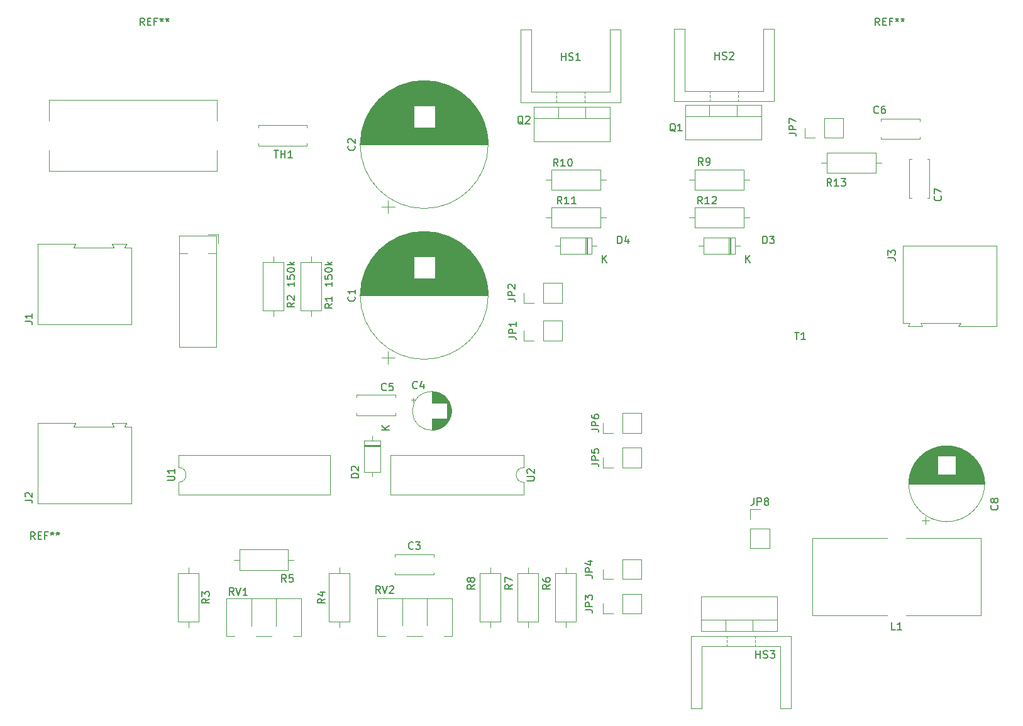
<source format=gbr>
%TF.GenerationSoftware,KiCad,Pcbnew,8.0.3*%
%TF.CreationDate,2024-07-06T20:18:36-03:00*%
%TF.ProjectId,Fuente_Conmutada,4675656e-7465-45f4-936f-6e6d75746164,rev?*%
%TF.SameCoordinates,Original*%
%TF.FileFunction,Legend,Top*%
%TF.FilePolarity,Positive*%
%FSLAX46Y46*%
G04 Gerber Fmt 4.6, Leading zero omitted, Abs format (unit mm)*
G04 Created by KiCad (PCBNEW 8.0.3) date 2024-07-06 20:18:36*
%MOMM*%
%LPD*%
G01*
G04 APERTURE LIST*
%ADD10C,0.150000*%
%ADD11C,0.153000*%
%ADD12C,0.120000*%
G04 APERTURE END LIST*
D10*
X114030819Y-82475666D02*
X113554628Y-82808999D01*
X114030819Y-83047094D02*
X113030819Y-83047094D01*
X113030819Y-83047094D02*
X113030819Y-82666142D01*
X113030819Y-82666142D02*
X113078438Y-82570904D01*
X113078438Y-82570904D02*
X113126057Y-82523285D01*
X113126057Y-82523285D02*
X113221295Y-82475666D01*
X113221295Y-82475666D02*
X113364152Y-82475666D01*
X113364152Y-82475666D02*
X113459390Y-82523285D01*
X113459390Y-82523285D02*
X113507009Y-82570904D01*
X113507009Y-82570904D02*
X113554628Y-82666142D01*
X113554628Y-82666142D02*
X113554628Y-83047094D01*
X113126057Y-82094713D02*
X113078438Y-82047094D01*
X113078438Y-82047094D02*
X113030819Y-81951856D01*
X113030819Y-81951856D02*
X113030819Y-81713761D01*
X113030819Y-81713761D02*
X113078438Y-81618523D01*
X113078438Y-81618523D02*
X113126057Y-81570904D01*
X113126057Y-81570904D02*
X113221295Y-81523285D01*
X113221295Y-81523285D02*
X113316533Y-81523285D01*
X113316533Y-81523285D02*
X113459390Y-81570904D01*
X113459390Y-81570904D02*
X114030819Y-82142332D01*
X114030819Y-82142332D02*
X114030819Y-81523285D01*
X119110819Y-79697428D02*
X119110819Y-80268856D01*
X119110819Y-79983142D02*
X118110819Y-79983142D01*
X118110819Y-79983142D02*
X118253676Y-80078380D01*
X118253676Y-80078380D02*
X118348914Y-80173618D01*
X118348914Y-80173618D02*
X118396533Y-80268856D01*
X118110819Y-78792666D02*
X118110819Y-79268856D01*
X118110819Y-79268856D02*
X118587009Y-79316475D01*
X118587009Y-79316475D02*
X118539390Y-79268856D01*
X118539390Y-79268856D02*
X118491771Y-79173618D01*
X118491771Y-79173618D02*
X118491771Y-78935523D01*
X118491771Y-78935523D02*
X118539390Y-78840285D01*
X118539390Y-78840285D02*
X118587009Y-78792666D01*
X118587009Y-78792666D02*
X118682247Y-78745047D01*
X118682247Y-78745047D02*
X118920342Y-78745047D01*
X118920342Y-78745047D02*
X119015580Y-78792666D01*
X119015580Y-78792666D02*
X119063200Y-78840285D01*
X119063200Y-78840285D02*
X119110819Y-78935523D01*
X119110819Y-78935523D02*
X119110819Y-79173618D01*
X119110819Y-79173618D02*
X119063200Y-79268856D01*
X119063200Y-79268856D02*
X119015580Y-79316475D01*
X118110819Y-78125999D02*
X118110819Y-78030761D01*
X118110819Y-78030761D02*
X118158438Y-77935523D01*
X118158438Y-77935523D02*
X118206057Y-77887904D01*
X118206057Y-77887904D02*
X118301295Y-77840285D01*
X118301295Y-77840285D02*
X118491771Y-77792666D01*
X118491771Y-77792666D02*
X118729866Y-77792666D01*
X118729866Y-77792666D02*
X118920342Y-77840285D01*
X118920342Y-77840285D02*
X119015580Y-77887904D01*
X119015580Y-77887904D02*
X119063200Y-77935523D01*
X119063200Y-77935523D02*
X119110819Y-78030761D01*
X119110819Y-78030761D02*
X119110819Y-78125999D01*
X119110819Y-78125999D02*
X119063200Y-78221237D01*
X119063200Y-78221237D02*
X119015580Y-78268856D01*
X119015580Y-78268856D02*
X118920342Y-78316475D01*
X118920342Y-78316475D02*
X118729866Y-78364094D01*
X118729866Y-78364094D02*
X118491771Y-78364094D01*
X118491771Y-78364094D02*
X118301295Y-78316475D01*
X118301295Y-78316475D02*
X118206057Y-78268856D01*
X118206057Y-78268856D02*
X118158438Y-78221237D01*
X118158438Y-78221237D02*
X118110819Y-78125999D01*
X119110819Y-77364094D02*
X118110819Y-77364094D01*
X118729866Y-77268856D02*
X119110819Y-76983142D01*
X118444152Y-76983142D02*
X118825104Y-77364094D01*
X114030819Y-79697428D02*
X114030819Y-80268856D01*
X114030819Y-79983142D02*
X113030819Y-79983142D01*
X113030819Y-79983142D02*
X113173676Y-80078380D01*
X113173676Y-80078380D02*
X113268914Y-80173618D01*
X113268914Y-80173618D02*
X113316533Y-80268856D01*
X113030819Y-78792666D02*
X113030819Y-79268856D01*
X113030819Y-79268856D02*
X113507009Y-79316475D01*
X113507009Y-79316475D02*
X113459390Y-79268856D01*
X113459390Y-79268856D02*
X113411771Y-79173618D01*
X113411771Y-79173618D02*
X113411771Y-78935523D01*
X113411771Y-78935523D02*
X113459390Y-78840285D01*
X113459390Y-78840285D02*
X113507009Y-78792666D01*
X113507009Y-78792666D02*
X113602247Y-78745047D01*
X113602247Y-78745047D02*
X113840342Y-78745047D01*
X113840342Y-78745047D02*
X113935580Y-78792666D01*
X113935580Y-78792666D02*
X113983200Y-78840285D01*
X113983200Y-78840285D02*
X114030819Y-78935523D01*
X114030819Y-78935523D02*
X114030819Y-79173618D01*
X114030819Y-79173618D02*
X113983200Y-79268856D01*
X113983200Y-79268856D02*
X113935580Y-79316475D01*
X113030819Y-78125999D02*
X113030819Y-78030761D01*
X113030819Y-78030761D02*
X113078438Y-77935523D01*
X113078438Y-77935523D02*
X113126057Y-77887904D01*
X113126057Y-77887904D02*
X113221295Y-77840285D01*
X113221295Y-77840285D02*
X113411771Y-77792666D01*
X113411771Y-77792666D02*
X113649866Y-77792666D01*
X113649866Y-77792666D02*
X113840342Y-77840285D01*
X113840342Y-77840285D02*
X113935580Y-77887904D01*
X113935580Y-77887904D02*
X113983200Y-77935523D01*
X113983200Y-77935523D02*
X114030819Y-78030761D01*
X114030819Y-78030761D02*
X114030819Y-78125999D01*
X114030819Y-78125999D02*
X113983200Y-78221237D01*
X113983200Y-78221237D02*
X113935580Y-78268856D01*
X113935580Y-78268856D02*
X113840342Y-78316475D01*
X113840342Y-78316475D02*
X113649866Y-78364094D01*
X113649866Y-78364094D02*
X113411771Y-78364094D01*
X113411771Y-78364094D02*
X113221295Y-78316475D01*
X113221295Y-78316475D02*
X113126057Y-78268856D01*
X113126057Y-78268856D02*
X113078438Y-78221237D01*
X113078438Y-78221237D02*
X113030819Y-78125999D01*
X114030819Y-77364094D02*
X113030819Y-77364094D01*
X113649866Y-77268856D02*
X114030819Y-76983142D01*
X113364152Y-76983142D02*
X113745104Y-77364094D01*
X119110819Y-82602666D02*
X118634628Y-82935999D01*
X119110819Y-83174094D02*
X118110819Y-83174094D01*
X118110819Y-83174094D02*
X118110819Y-82793142D01*
X118110819Y-82793142D02*
X118158438Y-82697904D01*
X118158438Y-82697904D02*
X118206057Y-82650285D01*
X118206057Y-82650285D02*
X118301295Y-82602666D01*
X118301295Y-82602666D02*
X118444152Y-82602666D01*
X118444152Y-82602666D02*
X118539390Y-82650285D01*
X118539390Y-82650285D02*
X118587009Y-82697904D01*
X118587009Y-82697904D02*
X118634628Y-82793142D01*
X118634628Y-82793142D02*
X118634628Y-83174094D01*
X119110819Y-81650285D02*
X119110819Y-82221713D01*
X119110819Y-81935999D02*
X118110819Y-81935999D01*
X118110819Y-81935999D02*
X118253676Y-82031237D01*
X118253676Y-82031237D02*
X118348914Y-82126475D01*
X118348914Y-82126475D02*
X118396533Y-82221713D01*
X149964905Y-49821819D02*
X149964905Y-48821819D01*
X149964905Y-49298009D02*
X150536333Y-49298009D01*
X150536333Y-49821819D02*
X150536333Y-48821819D01*
X150964905Y-49774200D02*
X151107762Y-49821819D01*
X151107762Y-49821819D02*
X151345857Y-49821819D01*
X151345857Y-49821819D02*
X151441095Y-49774200D01*
X151441095Y-49774200D02*
X151488714Y-49726580D01*
X151488714Y-49726580D02*
X151536333Y-49631342D01*
X151536333Y-49631342D02*
X151536333Y-49536104D01*
X151536333Y-49536104D02*
X151488714Y-49440866D01*
X151488714Y-49440866D02*
X151441095Y-49393247D01*
X151441095Y-49393247D02*
X151345857Y-49345628D01*
X151345857Y-49345628D02*
X151155381Y-49298009D01*
X151155381Y-49298009D02*
X151060143Y-49250390D01*
X151060143Y-49250390D02*
X151012524Y-49202771D01*
X151012524Y-49202771D02*
X150964905Y-49107533D01*
X150964905Y-49107533D02*
X150964905Y-49012295D01*
X150964905Y-49012295D02*
X151012524Y-48917057D01*
X151012524Y-48917057D02*
X151060143Y-48869438D01*
X151060143Y-48869438D02*
X151155381Y-48821819D01*
X151155381Y-48821819D02*
X151393476Y-48821819D01*
X151393476Y-48821819D02*
X151536333Y-48869438D01*
X152488714Y-49821819D02*
X151917286Y-49821819D01*
X152203000Y-49821819D02*
X152203000Y-48821819D01*
X152203000Y-48821819D02*
X152107762Y-48964676D01*
X152107762Y-48964676D02*
X152012524Y-49059914D01*
X152012524Y-49059914D02*
X151917286Y-49107533D01*
X149509142Y-64094819D02*
X149175809Y-63618628D01*
X148937714Y-64094819D02*
X148937714Y-63094819D01*
X148937714Y-63094819D02*
X149318666Y-63094819D01*
X149318666Y-63094819D02*
X149413904Y-63142438D01*
X149413904Y-63142438D02*
X149461523Y-63190057D01*
X149461523Y-63190057D02*
X149509142Y-63285295D01*
X149509142Y-63285295D02*
X149509142Y-63428152D01*
X149509142Y-63428152D02*
X149461523Y-63523390D01*
X149461523Y-63523390D02*
X149413904Y-63571009D01*
X149413904Y-63571009D02*
X149318666Y-63618628D01*
X149318666Y-63618628D02*
X148937714Y-63618628D01*
X150461523Y-64094819D02*
X149890095Y-64094819D01*
X150175809Y-64094819D02*
X150175809Y-63094819D01*
X150175809Y-63094819D02*
X150080571Y-63237676D01*
X150080571Y-63237676D02*
X149985333Y-63332914D01*
X149985333Y-63332914D02*
X149890095Y-63380533D01*
X151080571Y-63094819D02*
X151175809Y-63094819D01*
X151175809Y-63094819D02*
X151271047Y-63142438D01*
X151271047Y-63142438D02*
X151318666Y-63190057D01*
X151318666Y-63190057D02*
X151366285Y-63285295D01*
X151366285Y-63285295D02*
X151413904Y-63475771D01*
X151413904Y-63475771D02*
X151413904Y-63713866D01*
X151413904Y-63713866D02*
X151366285Y-63904342D01*
X151366285Y-63904342D02*
X151318666Y-63999580D01*
X151318666Y-63999580D02*
X151271047Y-64047200D01*
X151271047Y-64047200D02*
X151175809Y-64094819D01*
X151175809Y-64094819D02*
X151080571Y-64094819D01*
X151080571Y-64094819D02*
X150985333Y-64047200D01*
X150985333Y-64047200D02*
X150937714Y-63999580D01*
X150937714Y-63999580D02*
X150890095Y-63904342D01*
X150890095Y-63904342D02*
X150842476Y-63713866D01*
X150842476Y-63713866D02*
X150842476Y-63475771D01*
X150842476Y-63475771D02*
X150890095Y-63285295D01*
X150890095Y-63285295D02*
X150937714Y-63190057D01*
X150937714Y-63190057D02*
X150985333Y-63142438D01*
X150985333Y-63142438D02*
X151080571Y-63094819D01*
X168940142Y-69174819D02*
X168606809Y-68698628D01*
X168368714Y-69174819D02*
X168368714Y-68174819D01*
X168368714Y-68174819D02*
X168749666Y-68174819D01*
X168749666Y-68174819D02*
X168844904Y-68222438D01*
X168844904Y-68222438D02*
X168892523Y-68270057D01*
X168892523Y-68270057D02*
X168940142Y-68365295D01*
X168940142Y-68365295D02*
X168940142Y-68508152D01*
X168940142Y-68508152D02*
X168892523Y-68603390D01*
X168892523Y-68603390D02*
X168844904Y-68651009D01*
X168844904Y-68651009D02*
X168749666Y-68698628D01*
X168749666Y-68698628D02*
X168368714Y-68698628D01*
X169892523Y-69174819D02*
X169321095Y-69174819D01*
X169606809Y-69174819D02*
X169606809Y-68174819D01*
X169606809Y-68174819D02*
X169511571Y-68317676D01*
X169511571Y-68317676D02*
X169416333Y-68412914D01*
X169416333Y-68412914D02*
X169321095Y-68460533D01*
X170273476Y-68270057D02*
X170321095Y-68222438D01*
X170321095Y-68222438D02*
X170416333Y-68174819D01*
X170416333Y-68174819D02*
X170654428Y-68174819D01*
X170654428Y-68174819D02*
X170749666Y-68222438D01*
X170749666Y-68222438D02*
X170797285Y-68270057D01*
X170797285Y-68270057D02*
X170844904Y-68365295D01*
X170844904Y-68365295D02*
X170844904Y-68460533D01*
X170844904Y-68460533D02*
X170797285Y-68603390D01*
X170797285Y-68603390D02*
X170225857Y-69174819D01*
X170225857Y-69174819D02*
X170844904Y-69174819D01*
X201057580Y-68124666D02*
X201105200Y-68172285D01*
X201105200Y-68172285D02*
X201152819Y-68315142D01*
X201152819Y-68315142D02*
X201152819Y-68410380D01*
X201152819Y-68410380D02*
X201105200Y-68553237D01*
X201105200Y-68553237D02*
X201009961Y-68648475D01*
X201009961Y-68648475D02*
X200914723Y-68696094D01*
X200914723Y-68696094D02*
X200724247Y-68743713D01*
X200724247Y-68743713D02*
X200581390Y-68743713D01*
X200581390Y-68743713D02*
X200390914Y-68696094D01*
X200390914Y-68696094D02*
X200295676Y-68648475D01*
X200295676Y-68648475D02*
X200200438Y-68553237D01*
X200200438Y-68553237D02*
X200152819Y-68410380D01*
X200152819Y-68410380D02*
X200152819Y-68315142D01*
X200152819Y-68315142D02*
X200200438Y-68172285D01*
X200200438Y-68172285D02*
X200248057Y-68124666D01*
X200152819Y-67791332D02*
X200152819Y-67124666D01*
X200152819Y-67124666D02*
X201152819Y-67553237D01*
X165307761Y-59442057D02*
X165212523Y-59394438D01*
X165212523Y-59394438D02*
X165117285Y-59299200D01*
X165117285Y-59299200D02*
X164974428Y-59156342D01*
X164974428Y-59156342D02*
X164879190Y-59108723D01*
X164879190Y-59108723D02*
X164783952Y-59108723D01*
X164831571Y-59346819D02*
X164736333Y-59299200D01*
X164736333Y-59299200D02*
X164641095Y-59203961D01*
X164641095Y-59203961D02*
X164593476Y-59013485D01*
X164593476Y-59013485D02*
X164593476Y-58680152D01*
X164593476Y-58680152D02*
X164641095Y-58489676D01*
X164641095Y-58489676D02*
X164736333Y-58394438D01*
X164736333Y-58394438D02*
X164831571Y-58346819D01*
X164831571Y-58346819D02*
X165022047Y-58346819D01*
X165022047Y-58346819D02*
X165117285Y-58394438D01*
X165117285Y-58394438D02*
X165212523Y-58489676D01*
X165212523Y-58489676D02*
X165260142Y-58680152D01*
X165260142Y-58680152D02*
X165260142Y-59013485D01*
X165260142Y-59013485D02*
X165212523Y-59203961D01*
X165212523Y-59203961D02*
X165117285Y-59299200D01*
X165117285Y-59299200D02*
X165022047Y-59346819D01*
X165022047Y-59346819D02*
X164831571Y-59346819D01*
X166212523Y-59346819D02*
X165641095Y-59346819D01*
X165926809Y-59346819D02*
X165926809Y-58346819D01*
X165926809Y-58346819D02*
X165831571Y-58489676D01*
X165831571Y-58489676D02*
X165736333Y-58584914D01*
X165736333Y-58584914D02*
X165641095Y-58632533D01*
X150017142Y-69174819D02*
X149683809Y-68698628D01*
X149445714Y-69174819D02*
X149445714Y-68174819D01*
X149445714Y-68174819D02*
X149826666Y-68174819D01*
X149826666Y-68174819D02*
X149921904Y-68222438D01*
X149921904Y-68222438D02*
X149969523Y-68270057D01*
X149969523Y-68270057D02*
X150017142Y-68365295D01*
X150017142Y-68365295D02*
X150017142Y-68508152D01*
X150017142Y-68508152D02*
X149969523Y-68603390D01*
X149969523Y-68603390D02*
X149921904Y-68651009D01*
X149921904Y-68651009D02*
X149826666Y-68698628D01*
X149826666Y-68698628D02*
X149445714Y-68698628D01*
X150969523Y-69174819D02*
X150398095Y-69174819D01*
X150683809Y-69174819D02*
X150683809Y-68174819D01*
X150683809Y-68174819D02*
X150588571Y-68317676D01*
X150588571Y-68317676D02*
X150493333Y-68412914D01*
X150493333Y-68412914D02*
X150398095Y-68460533D01*
X151921904Y-69174819D02*
X151350476Y-69174819D01*
X151636190Y-69174819D02*
X151636190Y-68174819D01*
X151636190Y-68174819D02*
X151540952Y-68317676D01*
X151540952Y-68317676D02*
X151445714Y-68412914D01*
X151445714Y-68412914D02*
X151350476Y-68460533D01*
X192819666Y-45120319D02*
X192486333Y-44644128D01*
X192248238Y-45120319D02*
X192248238Y-44120319D01*
X192248238Y-44120319D02*
X192629190Y-44120319D01*
X192629190Y-44120319D02*
X192724428Y-44167938D01*
X192724428Y-44167938D02*
X192772047Y-44215557D01*
X192772047Y-44215557D02*
X192819666Y-44310795D01*
X192819666Y-44310795D02*
X192819666Y-44453652D01*
X192819666Y-44453652D02*
X192772047Y-44548890D01*
X192772047Y-44548890D02*
X192724428Y-44596509D01*
X192724428Y-44596509D02*
X192629190Y-44644128D01*
X192629190Y-44644128D02*
X192248238Y-44644128D01*
X193248238Y-44596509D02*
X193581571Y-44596509D01*
X193724428Y-45120319D02*
X193248238Y-45120319D01*
X193248238Y-45120319D02*
X193248238Y-44120319D01*
X193248238Y-44120319D02*
X193724428Y-44120319D01*
X194486333Y-44596509D02*
X194153000Y-44596509D01*
X194153000Y-45120319D02*
X194153000Y-44120319D01*
X194153000Y-44120319D02*
X194629190Y-44120319D01*
X195153000Y-44120319D02*
X195153000Y-44358414D01*
X194914905Y-44263176D02*
X195153000Y-44358414D01*
X195153000Y-44358414D02*
X195391095Y-44263176D01*
X195010143Y-44548890D02*
X195153000Y-44358414D01*
X195153000Y-44358414D02*
X195295857Y-44548890D01*
X195914905Y-44120319D02*
X195914905Y-44358414D01*
X195676810Y-44263176D02*
X195914905Y-44358414D01*
X195914905Y-44358414D02*
X196153000Y-44263176D01*
X195772048Y-44548890D02*
X195914905Y-44358414D01*
X195914905Y-44358414D02*
X196057762Y-44548890D01*
X194943333Y-126534819D02*
X194467143Y-126534819D01*
X194467143Y-126534819D02*
X194467143Y-125534819D01*
X195800476Y-126534819D02*
X195229048Y-126534819D01*
X195514762Y-126534819D02*
X195514762Y-125534819D01*
X195514762Y-125534819D02*
X195419524Y-125677676D01*
X195419524Y-125677676D02*
X195324286Y-125772914D01*
X195324286Y-125772914D02*
X195229048Y-125820533D01*
X144807761Y-58442057D02*
X144712523Y-58394438D01*
X144712523Y-58394438D02*
X144617285Y-58299200D01*
X144617285Y-58299200D02*
X144474428Y-58156342D01*
X144474428Y-58156342D02*
X144379190Y-58108723D01*
X144379190Y-58108723D02*
X144283952Y-58108723D01*
X144331571Y-58346819D02*
X144236333Y-58299200D01*
X144236333Y-58299200D02*
X144141095Y-58203961D01*
X144141095Y-58203961D02*
X144093476Y-58013485D01*
X144093476Y-58013485D02*
X144093476Y-57680152D01*
X144093476Y-57680152D02*
X144141095Y-57489676D01*
X144141095Y-57489676D02*
X144236333Y-57394438D01*
X144236333Y-57394438D02*
X144331571Y-57346819D01*
X144331571Y-57346819D02*
X144522047Y-57346819D01*
X144522047Y-57346819D02*
X144617285Y-57394438D01*
X144617285Y-57394438D02*
X144712523Y-57489676D01*
X144712523Y-57489676D02*
X144760142Y-57680152D01*
X144760142Y-57680152D02*
X144760142Y-58013485D01*
X144760142Y-58013485D02*
X144712523Y-58203961D01*
X144712523Y-58203961D02*
X144617285Y-58299200D01*
X144617285Y-58299200D02*
X144522047Y-58346819D01*
X144522047Y-58346819D02*
X144331571Y-58346819D01*
X145141095Y-57442057D02*
X145188714Y-57394438D01*
X145188714Y-57394438D02*
X145283952Y-57346819D01*
X145283952Y-57346819D02*
X145522047Y-57346819D01*
X145522047Y-57346819D02*
X145617285Y-57394438D01*
X145617285Y-57394438D02*
X145664904Y-57442057D01*
X145664904Y-57442057D02*
X145712523Y-57537295D01*
X145712523Y-57537295D02*
X145712523Y-57632533D01*
X145712523Y-57632533D02*
X145664904Y-57775390D01*
X145664904Y-57775390D02*
X145093476Y-58346819D01*
X145093476Y-58346819D02*
X145712523Y-58346819D01*
X96872819Y-106428904D02*
X97682342Y-106428904D01*
X97682342Y-106428904D02*
X97777580Y-106381285D01*
X97777580Y-106381285D02*
X97825200Y-106333666D01*
X97825200Y-106333666D02*
X97872819Y-106238428D01*
X97872819Y-106238428D02*
X97872819Y-106047952D01*
X97872819Y-106047952D02*
X97825200Y-105952714D01*
X97825200Y-105952714D02*
X97777580Y-105905095D01*
X97777580Y-105905095D02*
X97682342Y-105857476D01*
X97682342Y-105857476D02*
X96872819Y-105857476D01*
X97872819Y-104857476D02*
X97872819Y-105428904D01*
X97872819Y-105143190D02*
X96872819Y-105143190D01*
X96872819Y-105143190D02*
X97015676Y-105238428D01*
X97015676Y-105238428D02*
X97110914Y-105333666D01*
X97110914Y-105333666D02*
X97158533Y-105428904D01*
D11*
X77724663Y-109058333D02*
X78438948Y-109058333D01*
X78438948Y-109058333D02*
X78581805Y-109105952D01*
X78581805Y-109105952D02*
X78677044Y-109201190D01*
X78677044Y-109201190D02*
X78724663Y-109344047D01*
X78724663Y-109344047D02*
X78724663Y-109439285D01*
X77819901Y-108629761D02*
X77772282Y-108582142D01*
X77772282Y-108582142D02*
X77724663Y-108486904D01*
X77724663Y-108486904D02*
X77724663Y-108248809D01*
X77724663Y-108248809D02*
X77772282Y-108153571D01*
X77772282Y-108153571D02*
X77819901Y-108105952D01*
X77819901Y-108105952D02*
X77915139Y-108058333D01*
X77915139Y-108058333D02*
X78010377Y-108058333D01*
X78010377Y-108058333D02*
X78153234Y-108105952D01*
X78153234Y-108105952D02*
X78724663Y-108677380D01*
X78724663Y-108677380D02*
X78724663Y-108058333D01*
D10*
X93819666Y-45120319D02*
X93486333Y-44644128D01*
X93248238Y-45120319D02*
X93248238Y-44120319D01*
X93248238Y-44120319D02*
X93629190Y-44120319D01*
X93629190Y-44120319D02*
X93724428Y-44167938D01*
X93724428Y-44167938D02*
X93772047Y-44215557D01*
X93772047Y-44215557D02*
X93819666Y-44310795D01*
X93819666Y-44310795D02*
X93819666Y-44453652D01*
X93819666Y-44453652D02*
X93772047Y-44548890D01*
X93772047Y-44548890D02*
X93724428Y-44596509D01*
X93724428Y-44596509D02*
X93629190Y-44644128D01*
X93629190Y-44644128D02*
X93248238Y-44644128D01*
X94248238Y-44596509D02*
X94581571Y-44596509D01*
X94724428Y-45120319D02*
X94248238Y-45120319D01*
X94248238Y-45120319D02*
X94248238Y-44120319D01*
X94248238Y-44120319D02*
X94724428Y-44120319D01*
X95486333Y-44596509D02*
X95153000Y-44596509D01*
X95153000Y-45120319D02*
X95153000Y-44120319D01*
X95153000Y-44120319D02*
X95629190Y-44120319D01*
X96153000Y-44120319D02*
X96153000Y-44358414D01*
X95914905Y-44263176D02*
X96153000Y-44358414D01*
X96153000Y-44358414D02*
X96391095Y-44263176D01*
X96010143Y-44548890D02*
X96153000Y-44358414D01*
X96153000Y-44358414D02*
X96295857Y-44548890D01*
X96914905Y-44120319D02*
X96914905Y-44358414D01*
X96676810Y-44263176D02*
X96914905Y-44358414D01*
X96914905Y-44358414D02*
X97153000Y-44263176D01*
X96772048Y-44548890D02*
X96914905Y-44358414D01*
X96914905Y-44358414D02*
X97057762Y-44548890D01*
D11*
X122666663Y-106034094D02*
X121666663Y-106034094D01*
X121666663Y-106034094D02*
X121666663Y-105795999D01*
X121666663Y-105795999D02*
X121714282Y-105653142D01*
X121714282Y-105653142D02*
X121809520Y-105557904D01*
X121809520Y-105557904D02*
X121904758Y-105510285D01*
X121904758Y-105510285D02*
X122095234Y-105462666D01*
X122095234Y-105462666D02*
X122238091Y-105462666D01*
X122238091Y-105462666D02*
X122428567Y-105510285D01*
X122428567Y-105510285D02*
X122523805Y-105557904D01*
X122523805Y-105557904D02*
X122619044Y-105653142D01*
X122619044Y-105653142D02*
X122666663Y-105795999D01*
X122666663Y-105795999D02*
X122666663Y-106034094D01*
X121761901Y-105081713D02*
X121714282Y-105034094D01*
X121714282Y-105034094D02*
X121666663Y-104938856D01*
X121666663Y-104938856D02*
X121666663Y-104700761D01*
X121666663Y-104700761D02*
X121714282Y-104605523D01*
X121714282Y-104605523D02*
X121761901Y-104557904D01*
X121761901Y-104557904D02*
X121857139Y-104510285D01*
X121857139Y-104510285D02*
X121952377Y-104510285D01*
X121952377Y-104510285D02*
X122095234Y-104557904D01*
X122095234Y-104557904D02*
X122666663Y-105129332D01*
X122666663Y-105129332D02*
X122666663Y-104510285D01*
D10*
X126752819Y-99588904D02*
X125752819Y-99588904D01*
X126752819Y-99017476D02*
X126181390Y-99446047D01*
X125752819Y-99017476D02*
X126324247Y-99588904D01*
X130006333Y-115601580D02*
X129958714Y-115649200D01*
X129958714Y-115649200D02*
X129815857Y-115696819D01*
X129815857Y-115696819D02*
X129720619Y-115696819D01*
X129720619Y-115696819D02*
X129577762Y-115649200D01*
X129577762Y-115649200D02*
X129482524Y-115553961D01*
X129482524Y-115553961D02*
X129434905Y-115458723D01*
X129434905Y-115458723D02*
X129387286Y-115268247D01*
X129387286Y-115268247D02*
X129387286Y-115125390D01*
X129387286Y-115125390D02*
X129434905Y-114934914D01*
X129434905Y-114934914D02*
X129482524Y-114839676D01*
X129482524Y-114839676D02*
X129577762Y-114744438D01*
X129577762Y-114744438D02*
X129720619Y-114696819D01*
X129720619Y-114696819D02*
X129815857Y-114696819D01*
X129815857Y-114696819D02*
X129958714Y-114744438D01*
X129958714Y-114744438D02*
X130006333Y-114792057D01*
X130339667Y-114696819D02*
X130958714Y-114696819D01*
X130958714Y-114696819D02*
X130625381Y-115077771D01*
X130625381Y-115077771D02*
X130768238Y-115077771D01*
X130768238Y-115077771D02*
X130863476Y-115125390D01*
X130863476Y-115125390D02*
X130911095Y-115173009D01*
X130911095Y-115173009D02*
X130958714Y-115268247D01*
X130958714Y-115268247D02*
X130958714Y-115506342D01*
X130958714Y-115506342D02*
X130911095Y-115601580D01*
X130911095Y-115601580D02*
X130863476Y-115649200D01*
X130863476Y-115649200D02*
X130768238Y-115696819D01*
X130768238Y-115696819D02*
X130482524Y-115696819D01*
X130482524Y-115696819D02*
X130387286Y-115649200D01*
X130387286Y-115649200D02*
X130339667Y-115601580D01*
X170639905Y-49721819D02*
X170639905Y-48721819D01*
X170639905Y-49198009D02*
X171211333Y-49198009D01*
X171211333Y-49721819D02*
X171211333Y-48721819D01*
X171639905Y-49674200D02*
X171782762Y-49721819D01*
X171782762Y-49721819D02*
X172020857Y-49721819D01*
X172020857Y-49721819D02*
X172116095Y-49674200D01*
X172116095Y-49674200D02*
X172163714Y-49626580D01*
X172163714Y-49626580D02*
X172211333Y-49531342D01*
X172211333Y-49531342D02*
X172211333Y-49436104D01*
X172211333Y-49436104D02*
X172163714Y-49340866D01*
X172163714Y-49340866D02*
X172116095Y-49293247D01*
X172116095Y-49293247D02*
X172020857Y-49245628D01*
X172020857Y-49245628D02*
X171830381Y-49198009D01*
X171830381Y-49198009D02*
X171735143Y-49150390D01*
X171735143Y-49150390D02*
X171687524Y-49102771D01*
X171687524Y-49102771D02*
X171639905Y-49007533D01*
X171639905Y-49007533D02*
X171639905Y-48912295D01*
X171639905Y-48912295D02*
X171687524Y-48817057D01*
X171687524Y-48817057D02*
X171735143Y-48769438D01*
X171735143Y-48769438D02*
X171830381Y-48721819D01*
X171830381Y-48721819D02*
X172068476Y-48721819D01*
X172068476Y-48721819D02*
X172211333Y-48769438D01*
X172592286Y-48817057D02*
X172639905Y-48769438D01*
X172639905Y-48769438D02*
X172735143Y-48721819D01*
X172735143Y-48721819D02*
X172973238Y-48721819D01*
X172973238Y-48721819D02*
X173068476Y-48769438D01*
X173068476Y-48769438D02*
X173116095Y-48817057D01*
X173116095Y-48817057D02*
X173163714Y-48912295D01*
X173163714Y-48912295D02*
X173163714Y-49007533D01*
X173163714Y-49007533D02*
X173116095Y-49150390D01*
X173116095Y-49150390D02*
X172544667Y-49721819D01*
X172544667Y-49721819D02*
X173163714Y-49721819D01*
D11*
X77724663Y-84990333D02*
X78438948Y-84990333D01*
X78438948Y-84990333D02*
X78581805Y-85037952D01*
X78581805Y-85037952D02*
X78677044Y-85133190D01*
X78677044Y-85133190D02*
X78724663Y-85276047D01*
X78724663Y-85276047D02*
X78724663Y-85371285D01*
X78724663Y-83990333D02*
X78724663Y-84561761D01*
X78724663Y-84276047D02*
X77724663Y-84276047D01*
X77724663Y-84276047D02*
X77867520Y-84371285D01*
X77867520Y-84371285D02*
X77962758Y-84466523D01*
X77962758Y-84466523D02*
X78010377Y-84561761D01*
D10*
X122092580Y-61333666D02*
X122140200Y-61381285D01*
X122140200Y-61381285D02*
X122187819Y-61524142D01*
X122187819Y-61524142D02*
X122187819Y-61619380D01*
X122187819Y-61619380D02*
X122140200Y-61762237D01*
X122140200Y-61762237D02*
X122044961Y-61857475D01*
X122044961Y-61857475D02*
X121949723Y-61905094D01*
X121949723Y-61905094D02*
X121759247Y-61952713D01*
X121759247Y-61952713D02*
X121616390Y-61952713D01*
X121616390Y-61952713D02*
X121425914Y-61905094D01*
X121425914Y-61905094D02*
X121330676Y-61857475D01*
X121330676Y-61857475D02*
X121235438Y-61762237D01*
X121235438Y-61762237D02*
X121187819Y-61619380D01*
X121187819Y-61619380D02*
X121187819Y-61524142D01*
X121187819Y-61524142D02*
X121235438Y-61381285D01*
X121235438Y-61381285D02*
X121283057Y-61333666D01*
X121283057Y-60952713D02*
X121235438Y-60905094D01*
X121235438Y-60905094D02*
X121187819Y-60809856D01*
X121187819Y-60809856D02*
X121187819Y-60571761D01*
X121187819Y-60571761D02*
X121235438Y-60476523D01*
X121235438Y-60476523D02*
X121283057Y-60428904D01*
X121283057Y-60428904D02*
X121378295Y-60381285D01*
X121378295Y-60381285D02*
X121473533Y-60381285D01*
X121473533Y-60381285D02*
X121616390Y-60428904D01*
X121616390Y-60428904D02*
X122187819Y-61000332D01*
X122187819Y-61000332D02*
X122187819Y-60381285D01*
X154007819Y-99525333D02*
X154722104Y-99525333D01*
X154722104Y-99525333D02*
X154864961Y-99572952D01*
X154864961Y-99572952D02*
X154960200Y-99668190D01*
X154960200Y-99668190D02*
X155007819Y-99811047D01*
X155007819Y-99811047D02*
X155007819Y-99906285D01*
X155007819Y-99049142D02*
X154007819Y-99049142D01*
X154007819Y-99049142D02*
X154007819Y-98668190D01*
X154007819Y-98668190D02*
X154055438Y-98572952D01*
X154055438Y-98572952D02*
X154103057Y-98525333D01*
X154103057Y-98525333D02*
X154198295Y-98477714D01*
X154198295Y-98477714D02*
X154341152Y-98477714D01*
X154341152Y-98477714D02*
X154436390Y-98525333D01*
X154436390Y-98525333D02*
X154484009Y-98572952D01*
X154484009Y-98572952D02*
X154531628Y-98668190D01*
X154531628Y-98668190D02*
X154531628Y-99049142D01*
X154007819Y-97620571D02*
X154007819Y-97811047D01*
X154007819Y-97811047D02*
X154055438Y-97906285D01*
X154055438Y-97906285D02*
X154103057Y-97953904D01*
X154103057Y-97953904D02*
X154245914Y-98049142D01*
X154245914Y-98049142D02*
X154436390Y-98096761D01*
X154436390Y-98096761D02*
X154817342Y-98096761D01*
X154817342Y-98096761D02*
X154912580Y-98049142D01*
X154912580Y-98049142D02*
X154960200Y-98001523D01*
X154960200Y-98001523D02*
X155007819Y-97906285D01*
X155007819Y-97906285D02*
X155007819Y-97715809D01*
X155007819Y-97715809D02*
X154960200Y-97620571D01*
X154960200Y-97620571D02*
X154912580Y-97572952D01*
X154912580Y-97572952D02*
X154817342Y-97525333D01*
X154817342Y-97525333D02*
X154579247Y-97525333D01*
X154579247Y-97525333D02*
X154484009Y-97572952D01*
X154484009Y-97572952D02*
X154436390Y-97620571D01*
X154436390Y-97620571D02*
X154388771Y-97715809D01*
X154388771Y-97715809D02*
X154388771Y-97906285D01*
X154388771Y-97906285D02*
X154436390Y-98001523D01*
X154436390Y-98001523D02*
X154484009Y-98049142D01*
X154484009Y-98049142D02*
X154579247Y-98096761D01*
X153162819Y-119210333D02*
X153877104Y-119210333D01*
X153877104Y-119210333D02*
X154019961Y-119257952D01*
X154019961Y-119257952D02*
X154115200Y-119353190D01*
X154115200Y-119353190D02*
X154162819Y-119496047D01*
X154162819Y-119496047D02*
X154162819Y-119591285D01*
X154162819Y-118734142D02*
X153162819Y-118734142D01*
X153162819Y-118734142D02*
X153162819Y-118353190D01*
X153162819Y-118353190D02*
X153210438Y-118257952D01*
X153210438Y-118257952D02*
X153258057Y-118210333D01*
X153258057Y-118210333D02*
X153353295Y-118162714D01*
X153353295Y-118162714D02*
X153496152Y-118162714D01*
X153496152Y-118162714D02*
X153591390Y-118210333D01*
X153591390Y-118210333D02*
X153639009Y-118257952D01*
X153639009Y-118257952D02*
X153686628Y-118353190D01*
X153686628Y-118353190D02*
X153686628Y-118734142D01*
X153496152Y-117305571D02*
X154162819Y-117305571D01*
X153115200Y-117543666D02*
X153829485Y-117781761D01*
X153829485Y-117781761D02*
X153829485Y-117162714D01*
X142875819Y-87079333D02*
X143590104Y-87079333D01*
X143590104Y-87079333D02*
X143732961Y-87126952D01*
X143732961Y-87126952D02*
X143828200Y-87222190D01*
X143828200Y-87222190D02*
X143875819Y-87365047D01*
X143875819Y-87365047D02*
X143875819Y-87460285D01*
X143875819Y-86603142D02*
X142875819Y-86603142D01*
X142875819Y-86603142D02*
X142875819Y-86222190D01*
X142875819Y-86222190D02*
X142923438Y-86126952D01*
X142923438Y-86126952D02*
X142971057Y-86079333D01*
X142971057Y-86079333D02*
X143066295Y-86031714D01*
X143066295Y-86031714D02*
X143209152Y-86031714D01*
X143209152Y-86031714D02*
X143304390Y-86079333D01*
X143304390Y-86079333D02*
X143352009Y-86126952D01*
X143352009Y-86126952D02*
X143399628Y-86222190D01*
X143399628Y-86222190D02*
X143399628Y-86603142D01*
X143875819Y-85079333D02*
X143875819Y-85650761D01*
X143875819Y-85365047D02*
X142875819Y-85365047D01*
X142875819Y-85365047D02*
X143018676Y-85460285D01*
X143018676Y-85460285D02*
X143113914Y-85555523D01*
X143113914Y-85555523D02*
X143161533Y-85650761D01*
X208677580Y-109780666D02*
X208725200Y-109828285D01*
X208725200Y-109828285D02*
X208772819Y-109971142D01*
X208772819Y-109971142D02*
X208772819Y-110066380D01*
X208772819Y-110066380D02*
X208725200Y-110209237D01*
X208725200Y-110209237D02*
X208629961Y-110304475D01*
X208629961Y-110304475D02*
X208534723Y-110352094D01*
X208534723Y-110352094D02*
X208344247Y-110399713D01*
X208344247Y-110399713D02*
X208201390Y-110399713D01*
X208201390Y-110399713D02*
X208010914Y-110352094D01*
X208010914Y-110352094D02*
X207915676Y-110304475D01*
X207915676Y-110304475D02*
X207820438Y-110209237D01*
X207820438Y-110209237D02*
X207772819Y-110066380D01*
X207772819Y-110066380D02*
X207772819Y-109971142D01*
X207772819Y-109971142D02*
X207820438Y-109828285D01*
X207820438Y-109828285D02*
X207868057Y-109780666D01*
X208201390Y-109209237D02*
X208153771Y-109304475D01*
X208153771Y-109304475D02*
X208106152Y-109352094D01*
X208106152Y-109352094D02*
X208010914Y-109399713D01*
X208010914Y-109399713D02*
X207963295Y-109399713D01*
X207963295Y-109399713D02*
X207868057Y-109352094D01*
X207868057Y-109352094D02*
X207820438Y-109304475D01*
X207820438Y-109304475D02*
X207772819Y-109209237D01*
X207772819Y-109209237D02*
X207772819Y-109018761D01*
X207772819Y-109018761D02*
X207820438Y-108923523D01*
X207820438Y-108923523D02*
X207868057Y-108875904D01*
X207868057Y-108875904D02*
X207963295Y-108828285D01*
X207963295Y-108828285D02*
X208010914Y-108828285D01*
X208010914Y-108828285D02*
X208106152Y-108875904D01*
X208106152Y-108875904D02*
X208153771Y-108923523D01*
X208153771Y-108923523D02*
X208201390Y-109018761D01*
X208201390Y-109018761D02*
X208201390Y-109209237D01*
X208201390Y-109209237D02*
X208249009Y-109304475D01*
X208249009Y-109304475D02*
X208296628Y-109352094D01*
X208296628Y-109352094D02*
X208391866Y-109399713D01*
X208391866Y-109399713D02*
X208582342Y-109399713D01*
X208582342Y-109399713D02*
X208677580Y-109352094D01*
X208677580Y-109352094D02*
X208725200Y-109304475D01*
X208725200Y-109304475D02*
X208772819Y-109209237D01*
X208772819Y-109209237D02*
X208772819Y-109018761D01*
X208772819Y-109018761D02*
X208725200Y-108923523D01*
X208725200Y-108923523D02*
X208677580Y-108875904D01*
X208677580Y-108875904D02*
X208582342Y-108828285D01*
X208582342Y-108828285D02*
X208391866Y-108828285D01*
X208391866Y-108828285D02*
X208296628Y-108875904D01*
X208296628Y-108875904D02*
X208249009Y-108923523D01*
X208249009Y-108923523D02*
X208201390Y-109018761D01*
X142748819Y-81999333D02*
X143463104Y-81999333D01*
X143463104Y-81999333D02*
X143605961Y-82046952D01*
X143605961Y-82046952D02*
X143701200Y-82142190D01*
X143701200Y-82142190D02*
X143748819Y-82285047D01*
X143748819Y-82285047D02*
X143748819Y-82380285D01*
X143748819Y-81523142D02*
X142748819Y-81523142D01*
X142748819Y-81523142D02*
X142748819Y-81142190D01*
X142748819Y-81142190D02*
X142796438Y-81046952D01*
X142796438Y-81046952D02*
X142844057Y-80999333D01*
X142844057Y-80999333D02*
X142939295Y-80951714D01*
X142939295Y-80951714D02*
X143082152Y-80951714D01*
X143082152Y-80951714D02*
X143177390Y-80999333D01*
X143177390Y-80999333D02*
X143225009Y-81046952D01*
X143225009Y-81046952D02*
X143272628Y-81142190D01*
X143272628Y-81142190D02*
X143272628Y-81523142D01*
X142844057Y-80570761D02*
X142796438Y-80523142D01*
X142796438Y-80523142D02*
X142748819Y-80427904D01*
X142748819Y-80427904D02*
X142748819Y-80189809D01*
X142748819Y-80189809D02*
X142796438Y-80094571D01*
X142796438Y-80094571D02*
X142844057Y-80046952D01*
X142844057Y-80046952D02*
X142939295Y-79999333D01*
X142939295Y-79999333D02*
X143034533Y-79999333D01*
X143034533Y-79999333D02*
X143177390Y-80046952D01*
X143177390Y-80046952D02*
X143748819Y-80618380D01*
X143748819Y-80618380D02*
X143748819Y-79999333D01*
X181394095Y-86462819D02*
X181965523Y-86462819D01*
X181679809Y-87462819D02*
X181679809Y-86462819D01*
X182822666Y-87462819D02*
X182251238Y-87462819D01*
X182536952Y-87462819D02*
X182536952Y-86462819D01*
X182536952Y-86462819D02*
X182441714Y-86605676D01*
X182441714Y-86605676D02*
X182346476Y-86700914D01*
X182346476Y-86700914D02*
X182251238Y-86748533D01*
X193929819Y-76419333D02*
X194644104Y-76419333D01*
X194644104Y-76419333D02*
X194786961Y-76466952D01*
X194786961Y-76466952D02*
X194882200Y-76562190D01*
X194882200Y-76562190D02*
X194929819Y-76705047D01*
X194929819Y-76705047D02*
X194929819Y-76800285D01*
X193929819Y-76038380D02*
X193929819Y-75419333D01*
X193929819Y-75419333D02*
X194310771Y-75752666D01*
X194310771Y-75752666D02*
X194310771Y-75609809D01*
X194310771Y-75609809D02*
X194358390Y-75514571D01*
X194358390Y-75514571D02*
X194406009Y-75466952D01*
X194406009Y-75466952D02*
X194501247Y-75419333D01*
X194501247Y-75419333D02*
X194739342Y-75419333D01*
X194739342Y-75419333D02*
X194834580Y-75466952D01*
X194834580Y-75466952D02*
X194882200Y-75514571D01*
X194882200Y-75514571D02*
X194929819Y-75609809D01*
X194929819Y-75609809D02*
X194929819Y-75895523D01*
X194929819Y-75895523D02*
X194882200Y-75990761D01*
X194882200Y-75990761D02*
X194834580Y-76038380D01*
X79069666Y-114370319D02*
X78736333Y-113894128D01*
X78498238Y-114370319D02*
X78498238Y-113370319D01*
X78498238Y-113370319D02*
X78879190Y-113370319D01*
X78879190Y-113370319D02*
X78974428Y-113417938D01*
X78974428Y-113417938D02*
X79022047Y-113465557D01*
X79022047Y-113465557D02*
X79069666Y-113560795D01*
X79069666Y-113560795D02*
X79069666Y-113703652D01*
X79069666Y-113703652D02*
X79022047Y-113798890D01*
X79022047Y-113798890D02*
X78974428Y-113846509D01*
X78974428Y-113846509D02*
X78879190Y-113894128D01*
X78879190Y-113894128D02*
X78498238Y-113894128D01*
X79498238Y-113846509D02*
X79831571Y-113846509D01*
X79974428Y-114370319D02*
X79498238Y-114370319D01*
X79498238Y-114370319D02*
X79498238Y-113370319D01*
X79498238Y-113370319D02*
X79974428Y-113370319D01*
X80736333Y-113846509D02*
X80403000Y-113846509D01*
X80403000Y-114370319D02*
X80403000Y-113370319D01*
X80403000Y-113370319D02*
X80879190Y-113370319D01*
X81403000Y-113370319D02*
X81403000Y-113608414D01*
X81164905Y-113513176D02*
X81403000Y-113608414D01*
X81403000Y-113608414D02*
X81641095Y-113513176D01*
X81260143Y-113798890D02*
X81403000Y-113608414D01*
X81403000Y-113608414D02*
X81545857Y-113798890D01*
X82164905Y-113370319D02*
X82164905Y-113608414D01*
X81926810Y-113513176D02*
X82164905Y-113608414D01*
X82164905Y-113608414D02*
X82403000Y-113513176D01*
X82022048Y-113798890D02*
X82164905Y-113608414D01*
X82164905Y-113608414D02*
X82307762Y-113798890D01*
X102557819Y-122353666D02*
X102081628Y-122686999D01*
X102557819Y-122925094D02*
X101557819Y-122925094D01*
X101557819Y-122925094D02*
X101557819Y-122544142D01*
X101557819Y-122544142D02*
X101605438Y-122448904D01*
X101605438Y-122448904D02*
X101653057Y-122401285D01*
X101653057Y-122401285D02*
X101748295Y-122353666D01*
X101748295Y-122353666D02*
X101891152Y-122353666D01*
X101891152Y-122353666D02*
X101986390Y-122401285D01*
X101986390Y-122401285D02*
X102034009Y-122448904D01*
X102034009Y-122448904D02*
X102081628Y-122544142D01*
X102081628Y-122544142D02*
X102081628Y-122925094D01*
X101557819Y-122020332D02*
X101557819Y-121401285D01*
X101557819Y-121401285D02*
X101938771Y-121734618D01*
X101938771Y-121734618D02*
X101938771Y-121591761D01*
X101938771Y-121591761D02*
X101986390Y-121496523D01*
X101986390Y-121496523D02*
X102034009Y-121448904D01*
X102034009Y-121448904D02*
X102129247Y-121401285D01*
X102129247Y-121401285D02*
X102367342Y-121401285D01*
X102367342Y-121401285D02*
X102462580Y-121448904D01*
X102462580Y-121448904D02*
X102510200Y-121496523D01*
X102510200Y-121496523D02*
X102557819Y-121591761D01*
X102557819Y-121591761D02*
X102557819Y-121877475D01*
X102557819Y-121877475D02*
X102510200Y-121972713D01*
X102510200Y-121972713D02*
X102462580Y-122020332D01*
X112901333Y-120101819D02*
X112568000Y-119625628D01*
X112329905Y-120101819D02*
X112329905Y-119101819D01*
X112329905Y-119101819D02*
X112710857Y-119101819D01*
X112710857Y-119101819D02*
X112806095Y-119149438D01*
X112806095Y-119149438D02*
X112853714Y-119197057D01*
X112853714Y-119197057D02*
X112901333Y-119292295D01*
X112901333Y-119292295D02*
X112901333Y-119435152D01*
X112901333Y-119435152D02*
X112853714Y-119530390D01*
X112853714Y-119530390D02*
X112806095Y-119578009D01*
X112806095Y-119578009D02*
X112710857Y-119625628D01*
X112710857Y-119625628D02*
X112329905Y-119625628D01*
X113806095Y-119101819D02*
X113329905Y-119101819D01*
X113329905Y-119101819D02*
X113282286Y-119578009D01*
X113282286Y-119578009D02*
X113329905Y-119530390D01*
X113329905Y-119530390D02*
X113425143Y-119482771D01*
X113425143Y-119482771D02*
X113663238Y-119482771D01*
X113663238Y-119482771D02*
X113758476Y-119530390D01*
X113758476Y-119530390D02*
X113806095Y-119578009D01*
X113806095Y-119578009D02*
X113853714Y-119673247D01*
X113853714Y-119673247D02*
X113853714Y-119911342D01*
X113853714Y-119911342D02*
X113806095Y-120006580D01*
X113806095Y-120006580D02*
X113758476Y-120054200D01*
X113758476Y-120054200D02*
X113663238Y-120101819D01*
X113663238Y-120101819D02*
X113425143Y-120101819D01*
X113425143Y-120101819D02*
X113329905Y-120054200D01*
X113329905Y-120054200D02*
X113282286Y-120006580D01*
X192657333Y-56887580D02*
X192609714Y-56935200D01*
X192609714Y-56935200D02*
X192466857Y-56982819D01*
X192466857Y-56982819D02*
X192371619Y-56982819D01*
X192371619Y-56982819D02*
X192228762Y-56935200D01*
X192228762Y-56935200D02*
X192133524Y-56839961D01*
X192133524Y-56839961D02*
X192085905Y-56744723D01*
X192085905Y-56744723D02*
X192038286Y-56554247D01*
X192038286Y-56554247D02*
X192038286Y-56411390D01*
X192038286Y-56411390D02*
X192085905Y-56220914D01*
X192085905Y-56220914D02*
X192133524Y-56125676D01*
X192133524Y-56125676D02*
X192228762Y-56030438D01*
X192228762Y-56030438D02*
X192371619Y-55982819D01*
X192371619Y-55982819D02*
X192466857Y-55982819D01*
X192466857Y-55982819D02*
X192609714Y-56030438D01*
X192609714Y-56030438D02*
X192657333Y-56078057D01*
X193514476Y-55982819D02*
X193324000Y-55982819D01*
X193324000Y-55982819D02*
X193228762Y-56030438D01*
X193228762Y-56030438D02*
X193181143Y-56078057D01*
X193181143Y-56078057D02*
X193085905Y-56220914D01*
X193085905Y-56220914D02*
X193038286Y-56411390D01*
X193038286Y-56411390D02*
X193038286Y-56792342D01*
X193038286Y-56792342D02*
X193085905Y-56887580D01*
X193085905Y-56887580D02*
X193133524Y-56935200D01*
X193133524Y-56935200D02*
X193228762Y-56982819D01*
X193228762Y-56982819D02*
X193419238Y-56982819D01*
X193419238Y-56982819D02*
X193514476Y-56935200D01*
X193514476Y-56935200D02*
X193562095Y-56887580D01*
X193562095Y-56887580D02*
X193609714Y-56792342D01*
X193609714Y-56792342D02*
X193609714Y-56554247D01*
X193609714Y-56554247D02*
X193562095Y-56459009D01*
X193562095Y-56459009D02*
X193514476Y-56411390D01*
X193514476Y-56411390D02*
X193419238Y-56363771D01*
X193419238Y-56363771D02*
X193228762Y-56363771D01*
X193228762Y-56363771D02*
X193133524Y-56411390D01*
X193133524Y-56411390D02*
X193085905Y-56459009D01*
X193085905Y-56459009D02*
X193038286Y-56554247D01*
X126363333Y-94225580D02*
X126315714Y-94273200D01*
X126315714Y-94273200D02*
X126172857Y-94320819D01*
X126172857Y-94320819D02*
X126077619Y-94320819D01*
X126077619Y-94320819D02*
X125934762Y-94273200D01*
X125934762Y-94273200D02*
X125839524Y-94177961D01*
X125839524Y-94177961D02*
X125791905Y-94082723D01*
X125791905Y-94082723D02*
X125744286Y-93892247D01*
X125744286Y-93892247D02*
X125744286Y-93749390D01*
X125744286Y-93749390D02*
X125791905Y-93558914D01*
X125791905Y-93558914D02*
X125839524Y-93463676D01*
X125839524Y-93463676D02*
X125934762Y-93368438D01*
X125934762Y-93368438D02*
X126077619Y-93320819D01*
X126077619Y-93320819D02*
X126172857Y-93320819D01*
X126172857Y-93320819D02*
X126315714Y-93368438D01*
X126315714Y-93368438D02*
X126363333Y-93416057D01*
X127268095Y-93320819D02*
X126791905Y-93320819D01*
X126791905Y-93320819D02*
X126744286Y-93797009D01*
X126744286Y-93797009D02*
X126791905Y-93749390D01*
X126791905Y-93749390D02*
X126887143Y-93701771D01*
X126887143Y-93701771D02*
X127125238Y-93701771D01*
X127125238Y-93701771D02*
X127220476Y-93749390D01*
X127220476Y-93749390D02*
X127268095Y-93797009D01*
X127268095Y-93797009D02*
X127315714Y-93892247D01*
X127315714Y-93892247D02*
X127315714Y-94130342D01*
X127315714Y-94130342D02*
X127268095Y-94225580D01*
X127268095Y-94225580D02*
X127220476Y-94273200D01*
X127220476Y-94273200D02*
X127125238Y-94320819D01*
X127125238Y-94320819D02*
X126887143Y-94320819D01*
X126887143Y-94320819D02*
X126791905Y-94273200D01*
X126791905Y-94273200D02*
X126744286Y-94225580D01*
X105868761Y-121879819D02*
X105535428Y-121403628D01*
X105297333Y-121879819D02*
X105297333Y-120879819D01*
X105297333Y-120879819D02*
X105678285Y-120879819D01*
X105678285Y-120879819D02*
X105773523Y-120927438D01*
X105773523Y-120927438D02*
X105821142Y-120975057D01*
X105821142Y-120975057D02*
X105868761Y-121070295D01*
X105868761Y-121070295D02*
X105868761Y-121213152D01*
X105868761Y-121213152D02*
X105821142Y-121308390D01*
X105821142Y-121308390D02*
X105773523Y-121356009D01*
X105773523Y-121356009D02*
X105678285Y-121403628D01*
X105678285Y-121403628D02*
X105297333Y-121403628D01*
X106154476Y-120879819D02*
X106487809Y-121879819D01*
X106487809Y-121879819D02*
X106821142Y-120879819D01*
X107678285Y-121879819D02*
X107106857Y-121879819D01*
X107392571Y-121879819D02*
X107392571Y-120879819D01*
X107392571Y-120879819D02*
X107297333Y-121022676D01*
X107297333Y-121022676D02*
X107202095Y-121117914D01*
X107202095Y-121117914D02*
X107106857Y-121165533D01*
X125553761Y-121625819D02*
X125220428Y-121149628D01*
X124982333Y-121625819D02*
X124982333Y-120625819D01*
X124982333Y-120625819D02*
X125363285Y-120625819D01*
X125363285Y-120625819D02*
X125458523Y-120673438D01*
X125458523Y-120673438D02*
X125506142Y-120721057D01*
X125506142Y-120721057D02*
X125553761Y-120816295D01*
X125553761Y-120816295D02*
X125553761Y-120959152D01*
X125553761Y-120959152D02*
X125506142Y-121054390D01*
X125506142Y-121054390D02*
X125458523Y-121102009D01*
X125458523Y-121102009D02*
X125363285Y-121149628D01*
X125363285Y-121149628D02*
X124982333Y-121149628D01*
X125839476Y-120625819D02*
X126172809Y-121625819D01*
X126172809Y-121625819D02*
X126506142Y-120625819D01*
X126791857Y-120721057D02*
X126839476Y-120673438D01*
X126839476Y-120673438D02*
X126934714Y-120625819D01*
X126934714Y-120625819D02*
X127172809Y-120625819D01*
X127172809Y-120625819D02*
X127268047Y-120673438D01*
X127268047Y-120673438D02*
X127315666Y-120721057D01*
X127315666Y-120721057D02*
X127363285Y-120816295D01*
X127363285Y-120816295D02*
X127363285Y-120911533D01*
X127363285Y-120911533D02*
X127315666Y-121054390D01*
X127315666Y-121054390D02*
X126744238Y-121625819D01*
X126744238Y-121625819D02*
X127363285Y-121625819D01*
X175861666Y-108770819D02*
X175861666Y-109485104D01*
X175861666Y-109485104D02*
X175814047Y-109627961D01*
X175814047Y-109627961D02*
X175718809Y-109723200D01*
X175718809Y-109723200D02*
X175575952Y-109770819D01*
X175575952Y-109770819D02*
X175480714Y-109770819D01*
X176337857Y-109770819D02*
X176337857Y-108770819D01*
X176337857Y-108770819D02*
X176718809Y-108770819D01*
X176718809Y-108770819D02*
X176814047Y-108818438D01*
X176814047Y-108818438D02*
X176861666Y-108866057D01*
X176861666Y-108866057D02*
X176909285Y-108961295D01*
X176909285Y-108961295D02*
X176909285Y-109104152D01*
X176909285Y-109104152D02*
X176861666Y-109199390D01*
X176861666Y-109199390D02*
X176814047Y-109247009D01*
X176814047Y-109247009D02*
X176718809Y-109294628D01*
X176718809Y-109294628D02*
X176337857Y-109294628D01*
X177480714Y-109199390D02*
X177385476Y-109151771D01*
X177385476Y-109151771D02*
X177337857Y-109104152D01*
X177337857Y-109104152D02*
X177290238Y-109008914D01*
X177290238Y-109008914D02*
X177290238Y-108961295D01*
X177290238Y-108961295D02*
X177337857Y-108866057D01*
X177337857Y-108866057D02*
X177385476Y-108818438D01*
X177385476Y-108818438D02*
X177480714Y-108770819D01*
X177480714Y-108770819D02*
X177671190Y-108770819D01*
X177671190Y-108770819D02*
X177766428Y-108818438D01*
X177766428Y-108818438D02*
X177814047Y-108866057D01*
X177814047Y-108866057D02*
X177861666Y-108961295D01*
X177861666Y-108961295D02*
X177861666Y-109008914D01*
X177861666Y-109008914D02*
X177814047Y-109104152D01*
X177814047Y-109104152D02*
X177766428Y-109151771D01*
X177766428Y-109151771D02*
X177671190Y-109199390D01*
X177671190Y-109199390D02*
X177480714Y-109199390D01*
X177480714Y-109199390D02*
X177385476Y-109247009D01*
X177385476Y-109247009D02*
X177337857Y-109294628D01*
X177337857Y-109294628D02*
X177290238Y-109389866D01*
X177290238Y-109389866D02*
X177290238Y-109580342D01*
X177290238Y-109580342D02*
X177337857Y-109675580D01*
X177337857Y-109675580D02*
X177385476Y-109723200D01*
X177385476Y-109723200D02*
X177480714Y-109770819D01*
X177480714Y-109770819D02*
X177671190Y-109770819D01*
X177671190Y-109770819D02*
X177766428Y-109723200D01*
X177766428Y-109723200D02*
X177814047Y-109675580D01*
X177814047Y-109675580D02*
X177861666Y-109580342D01*
X177861666Y-109580342D02*
X177861666Y-109389866D01*
X177861666Y-109389866D02*
X177814047Y-109294628D01*
X177814047Y-109294628D02*
X177766428Y-109247009D01*
X177766428Y-109247009D02*
X177671190Y-109199390D01*
X118137819Y-122353666D02*
X117661628Y-122686999D01*
X118137819Y-122925094D02*
X117137819Y-122925094D01*
X117137819Y-122925094D02*
X117137819Y-122544142D01*
X117137819Y-122544142D02*
X117185438Y-122448904D01*
X117185438Y-122448904D02*
X117233057Y-122401285D01*
X117233057Y-122401285D02*
X117328295Y-122353666D01*
X117328295Y-122353666D02*
X117471152Y-122353666D01*
X117471152Y-122353666D02*
X117566390Y-122401285D01*
X117566390Y-122401285D02*
X117614009Y-122448904D01*
X117614009Y-122448904D02*
X117661628Y-122544142D01*
X117661628Y-122544142D02*
X117661628Y-122925094D01*
X117471152Y-121496523D02*
X118137819Y-121496523D01*
X117090200Y-121734618D02*
X117804485Y-121972713D01*
X117804485Y-121972713D02*
X117804485Y-121353666D01*
X177099905Y-74508819D02*
X177099905Y-73508819D01*
X177099905Y-73508819D02*
X177338000Y-73508819D01*
X177338000Y-73508819D02*
X177480857Y-73556438D01*
X177480857Y-73556438D02*
X177576095Y-73651676D01*
X177576095Y-73651676D02*
X177623714Y-73746914D01*
X177623714Y-73746914D02*
X177671333Y-73937390D01*
X177671333Y-73937390D02*
X177671333Y-74080247D01*
X177671333Y-74080247D02*
X177623714Y-74270723D01*
X177623714Y-74270723D02*
X177576095Y-74365961D01*
X177576095Y-74365961D02*
X177480857Y-74461200D01*
X177480857Y-74461200D02*
X177338000Y-74508819D01*
X177338000Y-74508819D02*
X177099905Y-74508819D01*
X178004667Y-73508819D02*
X178623714Y-73508819D01*
X178623714Y-73508819D02*
X178290381Y-73889771D01*
X178290381Y-73889771D02*
X178433238Y-73889771D01*
X178433238Y-73889771D02*
X178528476Y-73937390D01*
X178528476Y-73937390D02*
X178576095Y-73985009D01*
X178576095Y-73985009D02*
X178623714Y-74080247D01*
X178623714Y-74080247D02*
X178623714Y-74318342D01*
X178623714Y-74318342D02*
X178576095Y-74413580D01*
X178576095Y-74413580D02*
X178528476Y-74461200D01*
X178528476Y-74461200D02*
X178433238Y-74508819D01*
X178433238Y-74508819D02*
X178147524Y-74508819D01*
X178147524Y-74508819D02*
X178052286Y-74461200D01*
X178052286Y-74461200D02*
X178004667Y-74413580D01*
X174782095Y-77070819D02*
X174782095Y-76070819D01*
X175353523Y-77070819D02*
X174924952Y-76499390D01*
X175353523Y-76070819D02*
X174782095Y-76642247D01*
X186339142Y-66761819D02*
X186005809Y-66285628D01*
X185767714Y-66761819D02*
X185767714Y-65761819D01*
X185767714Y-65761819D02*
X186148666Y-65761819D01*
X186148666Y-65761819D02*
X186243904Y-65809438D01*
X186243904Y-65809438D02*
X186291523Y-65857057D01*
X186291523Y-65857057D02*
X186339142Y-65952295D01*
X186339142Y-65952295D02*
X186339142Y-66095152D01*
X186339142Y-66095152D02*
X186291523Y-66190390D01*
X186291523Y-66190390D02*
X186243904Y-66238009D01*
X186243904Y-66238009D02*
X186148666Y-66285628D01*
X186148666Y-66285628D02*
X185767714Y-66285628D01*
X187291523Y-66761819D02*
X186720095Y-66761819D01*
X187005809Y-66761819D02*
X187005809Y-65761819D01*
X187005809Y-65761819D02*
X186910571Y-65904676D01*
X186910571Y-65904676D02*
X186815333Y-65999914D01*
X186815333Y-65999914D02*
X186720095Y-66047533D01*
X187624857Y-65761819D02*
X188243904Y-65761819D01*
X188243904Y-65761819D02*
X187910571Y-66142771D01*
X187910571Y-66142771D02*
X188053428Y-66142771D01*
X188053428Y-66142771D02*
X188148666Y-66190390D01*
X188148666Y-66190390D02*
X188196285Y-66238009D01*
X188196285Y-66238009D02*
X188243904Y-66333247D01*
X188243904Y-66333247D02*
X188243904Y-66571342D01*
X188243904Y-66571342D02*
X188196285Y-66666580D01*
X188196285Y-66666580D02*
X188148666Y-66714200D01*
X188148666Y-66714200D02*
X188053428Y-66761819D01*
X188053428Y-66761819D02*
X187767714Y-66761819D01*
X187767714Y-66761819D02*
X187672476Y-66714200D01*
X187672476Y-66714200D02*
X187624857Y-66666580D01*
X153162819Y-123860333D02*
X153877104Y-123860333D01*
X153877104Y-123860333D02*
X154019961Y-123907952D01*
X154019961Y-123907952D02*
X154115200Y-124003190D01*
X154115200Y-124003190D02*
X154162819Y-124146047D01*
X154162819Y-124146047D02*
X154162819Y-124241285D01*
X154162819Y-123384142D02*
X153162819Y-123384142D01*
X153162819Y-123384142D02*
X153162819Y-123003190D01*
X153162819Y-123003190D02*
X153210438Y-122907952D01*
X153210438Y-122907952D02*
X153258057Y-122860333D01*
X153258057Y-122860333D02*
X153353295Y-122812714D01*
X153353295Y-122812714D02*
X153496152Y-122812714D01*
X153496152Y-122812714D02*
X153591390Y-122860333D01*
X153591390Y-122860333D02*
X153639009Y-122907952D01*
X153639009Y-122907952D02*
X153686628Y-123003190D01*
X153686628Y-123003190D02*
X153686628Y-123384142D01*
X153162819Y-122479380D02*
X153162819Y-121860333D01*
X153162819Y-121860333D02*
X153543771Y-122193666D01*
X153543771Y-122193666D02*
X153543771Y-122050809D01*
X153543771Y-122050809D02*
X153591390Y-121955571D01*
X153591390Y-121955571D02*
X153639009Y-121907952D01*
X153639009Y-121907952D02*
X153734247Y-121860333D01*
X153734247Y-121860333D02*
X153972342Y-121860333D01*
X153972342Y-121860333D02*
X154067580Y-121907952D01*
X154067580Y-121907952D02*
X154115200Y-121955571D01*
X154115200Y-121955571D02*
X154162819Y-122050809D01*
X154162819Y-122050809D02*
X154162819Y-122336523D01*
X154162819Y-122336523D02*
X154115200Y-122431761D01*
X154115200Y-122431761D02*
X154067580Y-122479380D01*
X138287819Y-120448666D02*
X137811628Y-120781999D01*
X138287819Y-121020094D02*
X137287819Y-121020094D01*
X137287819Y-121020094D02*
X137287819Y-120639142D01*
X137287819Y-120639142D02*
X137335438Y-120543904D01*
X137335438Y-120543904D02*
X137383057Y-120496285D01*
X137383057Y-120496285D02*
X137478295Y-120448666D01*
X137478295Y-120448666D02*
X137621152Y-120448666D01*
X137621152Y-120448666D02*
X137716390Y-120496285D01*
X137716390Y-120496285D02*
X137764009Y-120543904D01*
X137764009Y-120543904D02*
X137811628Y-120639142D01*
X137811628Y-120639142D02*
X137811628Y-121020094D01*
X137716390Y-119877237D02*
X137668771Y-119972475D01*
X137668771Y-119972475D02*
X137621152Y-120020094D01*
X137621152Y-120020094D02*
X137525914Y-120067713D01*
X137525914Y-120067713D02*
X137478295Y-120067713D01*
X137478295Y-120067713D02*
X137383057Y-120020094D01*
X137383057Y-120020094D02*
X137335438Y-119972475D01*
X137335438Y-119972475D02*
X137287819Y-119877237D01*
X137287819Y-119877237D02*
X137287819Y-119686761D01*
X137287819Y-119686761D02*
X137335438Y-119591523D01*
X137335438Y-119591523D02*
X137383057Y-119543904D01*
X137383057Y-119543904D02*
X137478295Y-119496285D01*
X137478295Y-119496285D02*
X137525914Y-119496285D01*
X137525914Y-119496285D02*
X137621152Y-119543904D01*
X137621152Y-119543904D02*
X137668771Y-119591523D01*
X137668771Y-119591523D02*
X137716390Y-119686761D01*
X137716390Y-119686761D02*
X137716390Y-119877237D01*
X137716390Y-119877237D02*
X137764009Y-119972475D01*
X137764009Y-119972475D02*
X137811628Y-120020094D01*
X137811628Y-120020094D02*
X137906866Y-120067713D01*
X137906866Y-120067713D02*
X138097342Y-120067713D01*
X138097342Y-120067713D02*
X138192580Y-120020094D01*
X138192580Y-120020094D02*
X138240200Y-119972475D01*
X138240200Y-119972475D02*
X138287819Y-119877237D01*
X138287819Y-119877237D02*
X138287819Y-119686761D01*
X138287819Y-119686761D02*
X138240200Y-119591523D01*
X138240200Y-119591523D02*
X138192580Y-119543904D01*
X138192580Y-119543904D02*
X138097342Y-119496285D01*
X138097342Y-119496285D02*
X137906866Y-119496285D01*
X137906866Y-119496285D02*
X137811628Y-119543904D01*
X137811628Y-119543904D02*
X137764009Y-119591523D01*
X137764009Y-119591523D02*
X137716390Y-119686761D01*
X143367819Y-120448666D02*
X142891628Y-120781999D01*
X143367819Y-121020094D02*
X142367819Y-121020094D01*
X142367819Y-121020094D02*
X142367819Y-120639142D01*
X142367819Y-120639142D02*
X142415438Y-120543904D01*
X142415438Y-120543904D02*
X142463057Y-120496285D01*
X142463057Y-120496285D02*
X142558295Y-120448666D01*
X142558295Y-120448666D02*
X142701152Y-120448666D01*
X142701152Y-120448666D02*
X142796390Y-120496285D01*
X142796390Y-120496285D02*
X142844009Y-120543904D01*
X142844009Y-120543904D02*
X142891628Y-120639142D01*
X142891628Y-120639142D02*
X142891628Y-121020094D01*
X142367819Y-120115332D02*
X142367819Y-119448666D01*
X142367819Y-119448666D02*
X143367819Y-119877237D01*
X145332819Y-106438904D02*
X146142342Y-106438904D01*
X146142342Y-106438904D02*
X146237580Y-106391285D01*
X146237580Y-106391285D02*
X146285200Y-106343666D01*
X146285200Y-106343666D02*
X146332819Y-106248428D01*
X146332819Y-106248428D02*
X146332819Y-106057952D01*
X146332819Y-106057952D02*
X146285200Y-105962714D01*
X146285200Y-105962714D02*
X146237580Y-105915095D01*
X146237580Y-105915095D02*
X146142342Y-105867476D01*
X146142342Y-105867476D02*
X145332819Y-105867476D01*
X145428057Y-105438904D02*
X145380438Y-105391285D01*
X145380438Y-105391285D02*
X145332819Y-105296047D01*
X145332819Y-105296047D02*
X145332819Y-105057952D01*
X145332819Y-105057952D02*
X145380438Y-104962714D01*
X145380438Y-104962714D02*
X145428057Y-104915095D01*
X145428057Y-104915095D02*
X145523295Y-104867476D01*
X145523295Y-104867476D02*
X145618533Y-104867476D01*
X145618533Y-104867476D02*
X145761390Y-104915095D01*
X145761390Y-104915095D02*
X146332819Y-105486523D01*
X146332819Y-105486523D02*
X146332819Y-104867476D01*
X180594819Y-59647333D02*
X181309104Y-59647333D01*
X181309104Y-59647333D02*
X181451961Y-59694952D01*
X181451961Y-59694952D02*
X181547200Y-59790190D01*
X181547200Y-59790190D02*
X181594819Y-59933047D01*
X181594819Y-59933047D02*
X181594819Y-60028285D01*
X181594819Y-59171142D02*
X180594819Y-59171142D01*
X180594819Y-59171142D02*
X180594819Y-58790190D01*
X180594819Y-58790190D02*
X180642438Y-58694952D01*
X180642438Y-58694952D02*
X180690057Y-58647333D01*
X180690057Y-58647333D02*
X180785295Y-58599714D01*
X180785295Y-58599714D02*
X180928152Y-58599714D01*
X180928152Y-58599714D02*
X181023390Y-58647333D01*
X181023390Y-58647333D02*
X181071009Y-58694952D01*
X181071009Y-58694952D02*
X181118628Y-58790190D01*
X181118628Y-58790190D02*
X181118628Y-59171142D01*
X180594819Y-58266380D02*
X180594819Y-57599714D01*
X180594819Y-57599714D02*
X181594819Y-58028285D01*
X176164905Y-130346819D02*
X176164905Y-129346819D01*
X176164905Y-129823009D02*
X176736333Y-129823009D01*
X176736333Y-130346819D02*
X176736333Y-129346819D01*
X177164905Y-130299200D02*
X177307762Y-130346819D01*
X177307762Y-130346819D02*
X177545857Y-130346819D01*
X177545857Y-130346819D02*
X177641095Y-130299200D01*
X177641095Y-130299200D02*
X177688714Y-130251580D01*
X177688714Y-130251580D02*
X177736333Y-130156342D01*
X177736333Y-130156342D02*
X177736333Y-130061104D01*
X177736333Y-130061104D02*
X177688714Y-129965866D01*
X177688714Y-129965866D02*
X177641095Y-129918247D01*
X177641095Y-129918247D02*
X177545857Y-129870628D01*
X177545857Y-129870628D02*
X177355381Y-129823009D01*
X177355381Y-129823009D02*
X177260143Y-129775390D01*
X177260143Y-129775390D02*
X177212524Y-129727771D01*
X177212524Y-129727771D02*
X177164905Y-129632533D01*
X177164905Y-129632533D02*
X177164905Y-129537295D01*
X177164905Y-129537295D02*
X177212524Y-129442057D01*
X177212524Y-129442057D02*
X177260143Y-129394438D01*
X177260143Y-129394438D02*
X177355381Y-129346819D01*
X177355381Y-129346819D02*
X177593476Y-129346819D01*
X177593476Y-129346819D02*
X177736333Y-129394438D01*
X178069667Y-129346819D02*
X178688714Y-129346819D01*
X178688714Y-129346819D02*
X178355381Y-129727771D01*
X178355381Y-129727771D02*
X178498238Y-129727771D01*
X178498238Y-129727771D02*
X178593476Y-129775390D01*
X178593476Y-129775390D02*
X178641095Y-129823009D01*
X178641095Y-129823009D02*
X178688714Y-129918247D01*
X178688714Y-129918247D02*
X178688714Y-130156342D01*
X178688714Y-130156342D02*
X178641095Y-130251580D01*
X178641095Y-130251580D02*
X178593476Y-130299200D01*
X178593476Y-130299200D02*
X178498238Y-130346819D01*
X178498238Y-130346819D02*
X178212524Y-130346819D01*
X178212524Y-130346819D02*
X178117286Y-130299200D01*
X178117286Y-130299200D02*
X178069667Y-130251580D01*
X111274286Y-61951819D02*
X111845714Y-61951819D01*
X111560000Y-62951819D02*
X111560000Y-61951819D01*
X112179048Y-62951819D02*
X112179048Y-61951819D01*
X112179048Y-62428009D02*
X112750476Y-62428009D01*
X112750476Y-62951819D02*
X112750476Y-61951819D01*
X113750476Y-62951819D02*
X113179048Y-62951819D01*
X113464762Y-62951819D02*
X113464762Y-61951819D01*
X113464762Y-61951819D02*
X113369524Y-62094676D01*
X113369524Y-62094676D02*
X113274286Y-62189914D01*
X113274286Y-62189914D02*
X113179048Y-62237533D01*
X169035333Y-63967819D02*
X168702000Y-63491628D01*
X168463905Y-63967819D02*
X168463905Y-62967819D01*
X168463905Y-62967819D02*
X168844857Y-62967819D01*
X168844857Y-62967819D02*
X168940095Y-63015438D01*
X168940095Y-63015438D02*
X168987714Y-63063057D01*
X168987714Y-63063057D02*
X169035333Y-63158295D01*
X169035333Y-63158295D02*
X169035333Y-63301152D01*
X169035333Y-63301152D02*
X168987714Y-63396390D01*
X168987714Y-63396390D02*
X168940095Y-63444009D01*
X168940095Y-63444009D02*
X168844857Y-63491628D01*
X168844857Y-63491628D02*
X168463905Y-63491628D01*
X169511524Y-63967819D02*
X169702000Y-63967819D01*
X169702000Y-63967819D02*
X169797238Y-63920200D01*
X169797238Y-63920200D02*
X169844857Y-63872580D01*
X169844857Y-63872580D02*
X169940095Y-63729723D01*
X169940095Y-63729723D02*
X169987714Y-63539247D01*
X169987714Y-63539247D02*
X169987714Y-63158295D01*
X169987714Y-63158295D02*
X169940095Y-63063057D01*
X169940095Y-63063057D02*
X169892476Y-63015438D01*
X169892476Y-63015438D02*
X169797238Y-62967819D01*
X169797238Y-62967819D02*
X169606762Y-62967819D01*
X169606762Y-62967819D02*
X169511524Y-63015438D01*
X169511524Y-63015438D02*
X169463905Y-63063057D01*
X169463905Y-63063057D02*
X169416286Y-63158295D01*
X169416286Y-63158295D02*
X169416286Y-63396390D01*
X169416286Y-63396390D02*
X169463905Y-63491628D01*
X169463905Y-63491628D02*
X169511524Y-63539247D01*
X169511524Y-63539247D02*
X169606762Y-63586866D01*
X169606762Y-63586866D02*
X169797238Y-63586866D01*
X169797238Y-63586866D02*
X169892476Y-63539247D01*
X169892476Y-63539247D02*
X169940095Y-63491628D01*
X169940095Y-63491628D02*
X169987714Y-63396390D01*
X157541905Y-74508819D02*
X157541905Y-73508819D01*
X157541905Y-73508819D02*
X157780000Y-73508819D01*
X157780000Y-73508819D02*
X157922857Y-73556438D01*
X157922857Y-73556438D02*
X158018095Y-73651676D01*
X158018095Y-73651676D02*
X158065714Y-73746914D01*
X158065714Y-73746914D02*
X158113333Y-73937390D01*
X158113333Y-73937390D02*
X158113333Y-74080247D01*
X158113333Y-74080247D02*
X158065714Y-74270723D01*
X158065714Y-74270723D02*
X158018095Y-74365961D01*
X158018095Y-74365961D02*
X157922857Y-74461200D01*
X157922857Y-74461200D02*
X157780000Y-74508819D01*
X157780000Y-74508819D02*
X157541905Y-74508819D01*
X158970476Y-73842152D02*
X158970476Y-74508819D01*
X158732381Y-73461200D02*
X158494286Y-74175485D01*
X158494286Y-74175485D02*
X159113333Y-74175485D01*
X155478095Y-77062819D02*
X155478095Y-76062819D01*
X156049523Y-77062819D02*
X155620952Y-76491390D01*
X156049523Y-76062819D02*
X155478095Y-76634247D01*
X148447819Y-120448666D02*
X147971628Y-120781999D01*
X148447819Y-121020094D02*
X147447819Y-121020094D01*
X147447819Y-121020094D02*
X147447819Y-120639142D01*
X147447819Y-120639142D02*
X147495438Y-120543904D01*
X147495438Y-120543904D02*
X147543057Y-120496285D01*
X147543057Y-120496285D02*
X147638295Y-120448666D01*
X147638295Y-120448666D02*
X147781152Y-120448666D01*
X147781152Y-120448666D02*
X147876390Y-120496285D01*
X147876390Y-120496285D02*
X147924009Y-120543904D01*
X147924009Y-120543904D02*
X147971628Y-120639142D01*
X147971628Y-120639142D02*
X147971628Y-121020094D01*
X147447819Y-119591523D02*
X147447819Y-119781999D01*
X147447819Y-119781999D02*
X147495438Y-119877237D01*
X147495438Y-119877237D02*
X147543057Y-119924856D01*
X147543057Y-119924856D02*
X147685914Y-120020094D01*
X147685914Y-120020094D02*
X147876390Y-120067713D01*
X147876390Y-120067713D02*
X148257342Y-120067713D01*
X148257342Y-120067713D02*
X148352580Y-120020094D01*
X148352580Y-120020094D02*
X148400200Y-119972475D01*
X148400200Y-119972475D02*
X148447819Y-119877237D01*
X148447819Y-119877237D02*
X148447819Y-119686761D01*
X148447819Y-119686761D02*
X148400200Y-119591523D01*
X148400200Y-119591523D02*
X148352580Y-119543904D01*
X148352580Y-119543904D02*
X148257342Y-119496285D01*
X148257342Y-119496285D02*
X148019247Y-119496285D01*
X148019247Y-119496285D02*
X147924009Y-119543904D01*
X147924009Y-119543904D02*
X147876390Y-119591523D01*
X147876390Y-119591523D02*
X147828771Y-119686761D01*
X147828771Y-119686761D02*
X147828771Y-119877237D01*
X147828771Y-119877237D02*
X147876390Y-119972475D01*
X147876390Y-119972475D02*
X147924009Y-120020094D01*
X147924009Y-120020094D02*
X148019247Y-120067713D01*
X122092580Y-81653666D02*
X122140200Y-81701285D01*
X122140200Y-81701285D02*
X122187819Y-81844142D01*
X122187819Y-81844142D02*
X122187819Y-81939380D01*
X122187819Y-81939380D02*
X122140200Y-82082237D01*
X122140200Y-82082237D02*
X122044961Y-82177475D01*
X122044961Y-82177475D02*
X121949723Y-82225094D01*
X121949723Y-82225094D02*
X121759247Y-82272713D01*
X121759247Y-82272713D02*
X121616390Y-82272713D01*
X121616390Y-82272713D02*
X121425914Y-82225094D01*
X121425914Y-82225094D02*
X121330676Y-82177475D01*
X121330676Y-82177475D02*
X121235438Y-82082237D01*
X121235438Y-82082237D02*
X121187819Y-81939380D01*
X121187819Y-81939380D02*
X121187819Y-81844142D01*
X121187819Y-81844142D02*
X121235438Y-81701285D01*
X121235438Y-81701285D02*
X121283057Y-81653666D01*
X122187819Y-80701285D02*
X122187819Y-81272713D01*
X122187819Y-80986999D02*
X121187819Y-80986999D01*
X121187819Y-80986999D02*
X121330676Y-81082237D01*
X121330676Y-81082237D02*
X121425914Y-81177475D01*
X121425914Y-81177475D02*
X121473533Y-81272713D01*
X154007819Y-104175333D02*
X154722104Y-104175333D01*
X154722104Y-104175333D02*
X154864961Y-104222952D01*
X154864961Y-104222952D02*
X154960200Y-104318190D01*
X154960200Y-104318190D02*
X155007819Y-104461047D01*
X155007819Y-104461047D02*
X155007819Y-104556285D01*
X155007819Y-103699142D02*
X154007819Y-103699142D01*
X154007819Y-103699142D02*
X154007819Y-103318190D01*
X154007819Y-103318190D02*
X154055438Y-103222952D01*
X154055438Y-103222952D02*
X154103057Y-103175333D01*
X154103057Y-103175333D02*
X154198295Y-103127714D01*
X154198295Y-103127714D02*
X154341152Y-103127714D01*
X154341152Y-103127714D02*
X154436390Y-103175333D01*
X154436390Y-103175333D02*
X154484009Y-103222952D01*
X154484009Y-103222952D02*
X154531628Y-103318190D01*
X154531628Y-103318190D02*
X154531628Y-103699142D01*
X154007819Y-102222952D02*
X154007819Y-102699142D01*
X154007819Y-102699142D02*
X154484009Y-102746761D01*
X154484009Y-102746761D02*
X154436390Y-102699142D01*
X154436390Y-102699142D02*
X154388771Y-102603904D01*
X154388771Y-102603904D02*
X154388771Y-102365809D01*
X154388771Y-102365809D02*
X154436390Y-102270571D01*
X154436390Y-102270571D02*
X154484009Y-102222952D01*
X154484009Y-102222952D02*
X154579247Y-102175333D01*
X154579247Y-102175333D02*
X154817342Y-102175333D01*
X154817342Y-102175333D02*
X154912580Y-102222952D01*
X154912580Y-102222952D02*
X154960200Y-102270571D01*
X154960200Y-102270571D02*
X155007819Y-102365809D01*
X155007819Y-102365809D02*
X155007819Y-102603904D01*
X155007819Y-102603904D02*
X154960200Y-102699142D01*
X154960200Y-102699142D02*
X154912580Y-102746761D01*
X130554333Y-93971580D02*
X130506714Y-94019200D01*
X130506714Y-94019200D02*
X130363857Y-94066819D01*
X130363857Y-94066819D02*
X130268619Y-94066819D01*
X130268619Y-94066819D02*
X130125762Y-94019200D01*
X130125762Y-94019200D02*
X130030524Y-93923961D01*
X130030524Y-93923961D02*
X129982905Y-93828723D01*
X129982905Y-93828723D02*
X129935286Y-93638247D01*
X129935286Y-93638247D02*
X129935286Y-93495390D01*
X129935286Y-93495390D02*
X129982905Y-93304914D01*
X129982905Y-93304914D02*
X130030524Y-93209676D01*
X130030524Y-93209676D02*
X130125762Y-93114438D01*
X130125762Y-93114438D02*
X130268619Y-93066819D01*
X130268619Y-93066819D02*
X130363857Y-93066819D01*
X130363857Y-93066819D02*
X130506714Y-93114438D01*
X130506714Y-93114438D02*
X130554333Y-93162057D01*
X131411476Y-93400152D02*
X131411476Y-94066819D01*
X131173381Y-93019200D02*
X130935286Y-93733485D01*
X130935286Y-93733485D02*
X131554333Y-93733485D01*
D12*
%TO.C,HS1*%
X144483000Y-55477000D02*
X144483000Y-45727000D01*
X145913000Y-45727000D02*
X144483000Y-45727000D01*
X145913000Y-54057000D02*
X145913000Y-45727000D01*
X149303000Y-54357000D02*
X149303000Y-54057000D01*
X149303000Y-54917000D02*
X149303000Y-54617000D01*
X149303000Y-55477000D02*
X149303000Y-55177000D01*
X153103000Y-54357000D02*
X153103000Y-54057000D01*
X153103000Y-54917000D02*
X153103000Y-54617000D01*
X153103000Y-55477000D02*
X153103000Y-55177000D01*
X156493000Y-45727000D02*
X156493000Y-54057000D01*
X156493000Y-54057000D02*
X145913000Y-54057000D01*
X157923000Y-45727000D02*
X156493000Y-45727000D01*
X157923000Y-55477000D02*
X144483000Y-55477000D01*
X157923000Y-55477000D02*
X157923000Y-45727000D01*
%TO.C,R10*%
X147890000Y-65918000D02*
X148660000Y-65918000D01*
X148660000Y-64548000D02*
X148660000Y-67288000D01*
X148660000Y-67288000D02*
X155200000Y-67288000D01*
X155200000Y-64548000D02*
X148660000Y-64548000D01*
X155200000Y-67288000D02*
X155200000Y-64548000D01*
X155970000Y-65918000D02*
X155200000Y-65918000D01*
%TO.C,R12*%
X167194000Y-71006000D02*
X167964000Y-71006000D01*
X167964000Y-69636000D02*
X167964000Y-72376000D01*
X167964000Y-72376000D02*
X174504000Y-72376000D01*
X174504000Y-69636000D02*
X167964000Y-69636000D01*
X174504000Y-72376000D02*
X174504000Y-69636000D01*
X175274000Y-71006000D02*
X174504000Y-71006000D01*
%TO.C,C7*%
X196788000Y-63139000D02*
X196788000Y-68379000D01*
X197103000Y-63139000D02*
X196788000Y-63139000D01*
X197103000Y-68379000D02*
X196788000Y-68379000D01*
X199528000Y-63139000D02*
X199213000Y-63139000D01*
X199528000Y-63139000D02*
X199528000Y-68379000D01*
X199528000Y-68379000D02*
X199213000Y-68379000D01*
%TO.C,Q1*%
X166622000Y-55862000D02*
X166622000Y-60503000D01*
X166622000Y-55862000D02*
X176862000Y-55862000D01*
X166622000Y-57372000D02*
X176862000Y-57372000D01*
X166622000Y-60503000D02*
X176862000Y-60503000D01*
X169892000Y-55862000D02*
X169892000Y-57372000D01*
X173593000Y-55862000D02*
X173593000Y-57372000D01*
X176862000Y-55862000D02*
X176862000Y-60503000D01*
%TO.C,R11*%
X147890000Y-70998000D02*
X148660000Y-70998000D01*
X148660000Y-69628000D02*
X148660000Y-72368000D01*
X148660000Y-72368000D02*
X155200000Y-72368000D01*
X155200000Y-69628000D02*
X148660000Y-69628000D01*
X155200000Y-72368000D02*
X155200000Y-69628000D01*
X155970000Y-70998000D02*
X155200000Y-70998000D01*
%TO.C,L1*%
X183790000Y-124600000D02*
X183790000Y-114160000D01*
X193831000Y-114160000D02*
X183790000Y-114160000D01*
X193831000Y-124600000D02*
X183790000Y-124600000D01*
X206430000Y-114160000D02*
X196389000Y-114160000D01*
X206430000Y-124600000D02*
X196389000Y-124600000D01*
X206430000Y-124600000D02*
X206430000Y-114160000D01*
%TO.C,Q2*%
X146243000Y-56122000D02*
X146243000Y-60763000D01*
X146243000Y-56122000D02*
X156483000Y-56122000D01*
X146243000Y-57632000D02*
X156483000Y-57632000D01*
X146243000Y-60763000D02*
X156483000Y-60763000D01*
X149513000Y-56122000D02*
X149513000Y-57632000D01*
X153214000Y-56122000D02*
X153214000Y-57632000D01*
X156483000Y-56122000D02*
X156483000Y-60763000D01*
%TO.C,U1*%
X98418000Y-103017000D02*
X98418000Y-104667000D01*
X98418000Y-106667000D02*
X98418000Y-108317000D01*
X98418000Y-108317000D02*
X118858000Y-108317000D01*
X118858000Y-103017000D02*
X98418000Y-103017000D01*
X118858000Y-108317000D02*
X118858000Y-103017000D01*
X98418000Y-104667000D02*
G75*
G02*
X98418000Y-106667000I0J-1000000D01*
G01*
%TO.C,J2*%
X79463000Y-98667000D02*
X79463000Y-109517000D01*
X79463000Y-109517000D02*
X92063000Y-109517000D01*
X84263000Y-99167000D02*
X84563000Y-98667000D01*
X84563000Y-98667000D02*
X79463000Y-98667000D01*
X89413000Y-98667000D02*
X89663000Y-99167000D01*
X89463000Y-98667000D02*
X89413000Y-98667000D01*
X89663000Y-99167000D02*
X84263000Y-99167000D01*
X91113000Y-99167000D02*
X91363000Y-98667000D01*
X91363000Y-98667000D02*
X89463000Y-98667000D01*
X92063000Y-99167000D02*
X91113000Y-99167000D01*
X92063000Y-109517000D02*
X92063000Y-99167000D01*
%TO.C,D2*%
X123378000Y-101017000D02*
X123378000Y-105257000D01*
X123378000Y-105257000D02*
X125618000Y-105257000D01*
X124498000Y-100367000D02*
X124498000Y-101017000D01*
X124498000Y-105907000D02*
X124498000Y-105257000D01*
X125618000Y-101017000D02*
X123378000Y-101017000D01*
X125618000Y-101617000D02*
X123378000Y-101617000D01*
X125618000Y-101737000D02*
X123378000Y-101737000D01*
X125618000Y-101857000D02*
X123378000Y-101857000D01*
X125618000Y-105257000D02*
X125618000Y-101017000D01*
%TO.C,C3*%
X127553000Y-116372000D02*
X127553000Y-116687000D01*
X127553000Y-116372000D02*
X132793000Y-116372000D01*
X127553000Y-118797000D02*
X127553000Y-119112000D01*
X127553000Y-119112000D02*
X132793000Y-119112000D01*
X132793000Y-116372000D02*
X132793000Y-116687000D01*
X132793000Y-118797000D02*
X132793000Y-119112000D01*
%TO.C,F1*%
X80943000Y-55157000D02*
X80943000Y-57957000D01*
X80943000Y-61957000D02*
X80943000Y-64757000D01*
X103543000Y-55157000D02*
X80943000Y-55157000D01*
X103543000Y-55157000D02*
X103543000Y-57957000D01*
X103543000Y-61957000D02*
X103543000Y-64757000D01*
X103543000Y-64757000D02*
X80943000Y-64757000D01*
%TO.C,HS2*%
X165158000Y-55377000D02*
X165158000Y-45627000D01*
X166588000Y-45627000D02*
X165158000Y-45627000D01*
X166588000Y-53957000D02*
X166588000Y-45627000D01*
X169978000Y-54257000D02*
X169978000Y-53957000D01*
X169978000Y-54817000D02*
X169978000Y-54517000D01*
X169978000Y-55377000D02*
X169978000Y-55077000D01*
X173778000Y-54257000D02*
X173778000Y-53957000D01*
X173778000Y-54817000D02*
X173778000Y-54517000D01*
X173778000Y-55377000D02*
X173778000Y-55077000D01*
X177168000Y-45627000D02*
X177168000Y-53957000D01*
X177168000Y-53957000D02*
X166588000Y-53957000D01*
X178598000Y-45627000D02*
X177168000Y-45627000D01*
X178598000Y-55377000D02*
X165158000Y-55377000D01*
X178598000Y-55377000D02*
X178598000Y-45627000D01*
%TO.C,J1*%
X79463000Y-74537000D02*
X79463000Y-85387000D01*
X79463000Y-85387000D02*
X92063000Y-85387000D01*
X84263000Y-75037000D02*
X84563000Y-74537000D01*
X84563000Y-74537000D02*
X79463000Y-74537000D01*
X89413000Y-74537000D02*
X89663000Y-75037000D01*
X89463000Y-74537000D02*
X89413000Y-74537000D01*
X89663000Y-75037000D02*
X84263000Y-75037000D01*
X91113000Y-75037000D02*
X91363000Y-74537000D01*
X91363000Y-74537000D02*
X89463000Y-74537000D01*
X92063000Y-75037000D02*
X91113000Y-75037000D01*
X92063000Y-85387000D02*
X92063000Y-75037000D01*
%TO.C,C2*%
X122902000Y-61167000D02*
X140064000Y-61167000D01*
X122903000Y-61047000D02*
X140063000Y-61047000D01*
X122903000Y-61087000D02*
X140063000Y-61087000D01*
X122903000Y-61127000D02*
X140063000Y-61127000D01*
X122904000Y-61007000D02*
X140062000Y-61007000D01*
X122905000Y-60967000D02*
X140061000Y-60967000D01*
X122906000Y-60927000D02*
X140060000Y-60927000D01*
X122907000Y-60887000D02*
X140059000Y-60887000D01*
X122908000Y-60847000D02*
X140058000Y-60847000D01*
X122910000Y-60807000D02*
X140056000Y-60807000D01*
X122912000Y-60767000D02*
X140054000Y-60767000D01*
X122914000Y-60727000D02*
X140052000Y-60727000D01*
X122916000Y-60687000D02*
X140050000Y-60687000D01*
X122918000Y-60647000D02*
X140048000Y-60647000D01*
X122921000Y-60607000D02*
X140045000Y-60607000D01*
X122923000Y-60567000D02*
X140043000Y-60567000D01*
X122926000Y-60527000D02*
X140040000Y-60527000D01*
X122929000Y-60487000D02*
X140037000Y-60487000D01*
X122933000Y-60446000D02*
X140033000Y-60446000D01*
X122936000Y-60406000D02*
X140030000Y-60406000D01*
X122940000Y-60366000D02*
X140026000Y-60366000D01*
X122944000Y-60326000D02*
X140022000Y-60326000D01*
X122948000Y-60286000D02*
X140018000Y-60286000D01*
X122952000Y-60246000D02*
X140014000Y-60246000D01*
X122956000Y-60206000D02*
X140010000Y-60206000D01*
X122961000Y-60166000D02*
X140005000Y-60166000D01*
X122965000Y-60126000D02*
X140001000Y-60126000D01*
X122970000Y-60086000D02*
X139996000Y-60086000D01*
X122976000Y-60046000D02*
X139990000Y-60046000D01*
X122981000Y-60006000D02*
X139985000Y-60006000D01*
X122986000Y-59966000D02*
X139980000Y-59966000D01*
X122992000Y-59926000D02*
X139974000Y-59926000D01*
X122998000Y-59886000D02*
X139968000Y-59886000D01*
X123004000Y-59846000D02*
X139962000Y-59846000D01*
X123010000Y-59806000D02*
X139956000Y-59806000D01*
X123017000Y-59766000D02*
X139949000Y-59766000D01*
X123024000Y-59726000D02*
X139942000Y-59726000D01*
X123031000Y-59686000D02*
X139935000Y-59686000D01*
X123038000Y-59646000D02*
X139928000Y-59646000D01*
X123045000Y-59606000D02*
X139921000Y-59606000D01*
X123052000Y-59566000D02*
X139914000Y-59566000D01*
X123060000Y-59526000D02*
X139906000Y-59526000D01*
X123068000Y-59486000D02*
X139898000Y-59486000D01*
X123076000Y-59446000D02*
X139890000Y-59446000D01*
X123084000Y-59406000D02*
X139882000Y-59406000D01*
X123093000Y-59366000D02*
X139873000Y-59366000D01*
X123101000Y-59326000D02*
X139865000Y-59326000D01*
X123110000Y-59286000D02*
X139856000Y-59286000D01*
X123119000Y-59246000D02*
X139847000Y-59246000D01*
X123128000Y-59206000D02*
X139838000Y-59206000D01*
X123138000Y-59166000D02*
X139828000Y-59166000D01*
X123147000Y-59126000D02*
X139819000Y-59126000D01*
X123157000Y-59086000D02*
X139809000Y-59086000D01*
X123167000Y-59046000D02*
X139799000Y-59046000D01*
X123178000Y-59006000D02*
X139788000Y-59006000D01*
X123188000Y-58966000D02*
X139778000Y-58966000D01*
X123199000Y-58926000D02*
X139767000Y-58926000D01*
X123209000Y-58886000D02*
X139757000Y-58886000D01*
X123221000Y-58846000D02*
X130043000Y-58846000D01*
X123232000Y-58806000D02*
X130043000Y-58806000D01*
X123243000Y-58766000D02*
X130043000Y-58766000D01*
X123255000Y-58726000D02*
X130043000Y-58726000D01*
X123267000Y-58686000D02*
X130043000Y-58686000D01*
X123279000Y-58646000D02*
X130043000Y-58646000D01*
X123291000Y-58606000D02*
X130043000Y-58606000D01*
X123304000Y-58566000D02*
X130043000Y-58566000D01*
X123317000Y-58526000D02*
X130043000Y-58526000D01*
X123330000Y-58486000D02*
X130043000Y-58486000D01*
X123343000Y-58446000D02*
X130043000Y-58446000D01*
X123356000Y-58406000D02*
X130043000Y-58406000D01*
X123370000Y-58366000D02*
X130043000Y-58366000D01*
X123384000Y-58326000D02*
X130043000Y-58326000D01*
X123398000Y-58286000D02*
X130043000Y-58286000D01*
X123412000Y-58246000D02*
X130043000Y-58246000D01*
X123427000Y-58206000D02*
X130043000Y-58206000D01*
X123441000Y-58166000D02*
X130043000Y-58166000D01*
X123456000Y-58126000D02*
X130043000Y-58126000D01*
X123472000Y-58086000D02*
X130043000Y-58086000D01*
X123487000Y-58046000D02*
X130043000Y-58046000D01*
X123503000Y-58006000D02*
X130043000Y-58006000D01*
X123518000Y-57966000D02*
X130043000Y-57966000D01*
X123535000Y-57926000D02*
X130043000Y-57926000D01*
X123551000Y-57886000D02*
X130043000Y-57886000D01*
X123568000Y-57846000D02*
X130043000Y-57846000D01*
X123584000Y-57806000D02*
X130043000Y-57806000D01*
X123601000Y-57766000D02*
X130043000Y-57766000D01*
X123619000Y-57726000D02*
X130043000Y-57726000D01*
X123636000Y-57686000D02*
X130043000Y-57686000D01*
X123654000Y-57646000D02*
X130043000Y-57646000D01*
X123672000Y-57606000D02*
X130043000Y-57606000D01*
X123690000Y-57566000D02*
X130043000Y-57566000D01*
X123709000Y-57526000D02*
X130043000Y-57526000D01*
X123728000Y-57486000D02*
X130043000Y-57486000D01*
X123747000Y-57446000D02*
X130043000Y-57446000D01*
X123766000Y-57406000D02*
X130043000Y-57406000D01*
X123785000Y-57366000D02*
X130043000Y-57366000D01*
X123805000Y-57326000D02*
X130043000Y-57326000D01*
X123825000Y-57286000D02*
X130043000Y-57286000D01*
X123845000Y-57246000D02*
X130043000Y-57246000D01*
X123866000Y-57206000D02*
X130043000Y-57206000D01*
X123887000Y-57166000D02*
X130043000Y-57166000D01*
X123908000Y-57126000D02*
X130043000Y-57126000D01*
X123929000Y-57086000D02*
X130043000Y-57086000D01*
X123951000Y-57046000D02*
X130043000Y-57046000D01*
X123973000Y-57006000D02*
X130043000Y-57006000D01*
X123995000Y-56966000D02*
X130043000Y-56966000D01*
X124017000Y-56926000D02*
X130043000Y-56926000D01*
X124040000Y-56886000D02*
X130043000Y-56886000D01*
X124063000Y-56846000D02*
X130043000Y-56846000D01*
X124086000Y-56806000D02*
X130043000Y-56806000D01*
X124110000Y-56766000D02*
X130043000Y-56766000D01*
X124134000Y-56726000D02*
X130043000Y-56726000D01*
X124158000Y-56686000D02*
X130043000Y-56686000D01*
X124183000Y-56646000D02*
X130043000Y-56646000D01*
X124207000Y-56606000D02*
X130043000Y-56606000D01*
X124232000Y-56566000D02*
X130043000Y-56566000D01*
X124258000Y-56526000D02*
X130043000Y-56526000D01*
X124284000Y-56486000D02*
X130043000Y-56486000D01*
X124310000Y-56446000D02*
X130043000Y-56446000D01*
X124336000Y-56406000D02*
X130043000Y-56406000D01*
X124363000Y-56366000D02*
X130043000Y-56366000D01*
X124390000Y-56326000D02*
X130043000Y-56326000D01*
X124417000Y-56286000D02*
X130043000Y-56286000D01*
X124445000Y-56246000D02*
X130043000Y-56246000D01*
X124472000Y-56206000D02*
X130043000Y-56206000D01*
X124501000Y-56166000D02*
X130043000Y-56166000D01*
X124529000Y-56126000D02*
X130043000Y-56126000D01*
X124558000Y-56086000D02*
X130043000Y-56086000D01*
X124588000Y-56046000D02*
X130043000Y-56046000D01*
X124618000Y-56006000D02*
X130043000Y-56006000D01*
X124648000Y-55966000D02*
X138318000Y-55966000D01*
X124678000Y-55926000D02*
X138288000Y-55926000D01*
X124709000Y-55886000D02*
X138257000Y-55886000D01*
X124740000Y-55846000D02*
X138226000Y-55846000D01*
X124772000Y-55806000D02*
X138194000Y-55806000D01*
X124804000Y-55766000D02*
X138162000Y-55766000D01*
X124836000Y-55726000D02*
X138130000Y-55726000D01*
X124869000Y-55686000D02*
X138097000Y-55686000D01*
X124902000Y-55646000D02*
X138064000Y-55646000D01*
X124935000Y-55606000D02*
X138031000Y-55606000D01*
X124969000Y-55566000D02*
X137997000Y-55566000D01*
X125004000Y-55526000D02*
X137962000Y-55526000D01*
X125039000Y-55486000D02*
X137927000Y-55486000D01*
X125074000Y-55446000D02*
X137892000Y-55446000D01*
X125109000Y-55406000D02*
X137857000Y-55406000D01*
X125146000Y-55366000D02*
X137820000Y-55366000D01*
X125182000Y-55326000D02*
X137784000Y-55326000D01*
X125219000Y-55286000D02*
X137747000Y-55286000D01*
X125257000Y-55246000D02*
X137709000Y-55246000D01*
X125295000Y-55206000D02*
X137671000Y-55206000D01*
X125333000Y-55166000D02*
X137633000Y-55166000D01*
X125372000Y-55126000D02*
X137594000Y-55126000D01*
X125412000Y-55086000D02*
X137554000Y-55086000D01*
X125452000Y-55046000D02*
X137514000Y-55046000D01*
X125493000Y-55006000D02*
X137473000Y-55006000D01*
X125534000Y-54966000D02*
X137432000Y-54966000D01*
X125576000Y-54926000D02*
X137390000Y-54926000D01*
X125618000Y-54886000D02*
X137348000Y-54886000D01*
X125661000Y-54846000D02*
X137305000Y-54846000D01*
X125704000Y-54806000D02*
X137262000Y-54806000D01*
X125748000Y-54766000D02*
X137218000Y-54766000D01*
X125793000Y-54726000D02*
X137173000Y-54726000D01*
X125798000Y-69541466D02*
X127498000Y-69541466D01*
X125838000Y-54686000D02*
X137128000Y-54686000D01*
X125884000Y-54646000D02*
X137082000Y-54646000D01*
X125930000Y-54606000D02*
X137036000Y-54606000D01*
X125978000Y-54566000D02*
X136988000Y-54566000D01*
X126026000Y-54526000D02*
X136940000Y-54526000D01*
X126074000Y-54486000D02*
X136892000Y-54486000D01*
X126124000Y-54446000D02*
X136842000Y-54446000D01*
X126174000Y-54406000D02*
X136792000Y-54406000D01*
X126225000Y-54366000D02*
X136741000Y-54366000D01*
X126277000Y-54326000D02*
X136689000Y-54326000D01*
X126329000Y-54286000D02*
X136637000Y-54286000D01*
X126383000Y-54246000D02*
X136583000Y-54246000D01*
X126437000Y-54206000D02*
X136529000Y-54206000D01*
X126492000Y-54166000D02*
X136474000Y-54166000D01*
X126548000Y-54126000D02*
X136418000Y-54126000D01*
X126605000Y-54086000D02*
X136361000Y-54086000D01*
X126648000Y-70391466D02*
X126648000Y-68691466D01*
X126663000Y-54046000D02*
X136303000Y-54046000D01*
X126723000Y-54006000D02*
X136243000Y-54006000D01*
X126783000Y-53966000D02*
X136183000Y-53966000D01*
X126844000Y-53926000D02*
X136122000Y-53926000D01*
X126907000Y-53886000D02*
X136059000Y-53886000D01*
X126970000Y-53846000D02*
X135996000Y-53846000D01*
X127035000Y-53806000D02*
X135931000Y-53806000D01*
X127102000Y-53766000D02*
X135864000Y-53766000D01*
X127169000Y-53726000D02*
X135797000Y-53726000D01*
X127238000Y-53686000D02*
X135728000Y-53686000D01*
X127309000Y-53646000D02*
X135657000Y-53646000D01*
X127381000Y-53606000D02*
X135585000Y-53606000D01*
X127455000Y-53566000D02*
X135511000Y-53566000D01*
X127531000Y-53526000D02*
X135435000Y-53526000D01*
X127608000Y-53486000D02*
X135358000Y-53486000D01*
X127688000Y-53446000D02*
X135278000Y-53446000D01*
X127769000Y-53406000D02*
X135197000Y-53406000D01*
X127853000Y-53366000D02*
X135113000Y-53366000D01*
X127939000Y-53326000D02*
X135027000Y-53326000D01*
X128028000Y-53286000D02*
X134938000Y-53286000D01*
X128120000Y-53246000D02*
X134846000Y-53246000D01*
X128215000Y-53206000D02*
X134751000Y-53206000D01*
X128312000Y-53166000D02*
X134654000Y-53166000D01*
X128414000Y-53126000D02*
X134552000Y-53126000D01*
X128520000Y-53086000D02*
X134446000Y-53086000D01*
X128629000Y-53046000D02*
X134337000Y-53046000D01*
X128744000Y-53006000D02*
X134222000Y-53006000D01*
X128865000Y-52967000D02*
X134101000Y-52967000D01*
X128991000Y-52927000D02*
X133975000Y-52927000D01*
X129125000Y-52887000D02*
X133841000Y-52887000D01*
X129268000Y-52847000D02*
X133698000Y-52847000D01*
X129421000Y-52807000D02*
X133545000Y-52807000D01*
X129587000Y-52767000D02*
X133379000Y-52767000D01*
X129770000Y-52727000D02*
X133196000Y-52727000D01*
X129975000Y-52687000D02*
X132991000Y-52687000D01*
X130213000Y-52647000D02*
X132753000Y-52647000D01*
X130507000Y-52607000D02*
X132459000Y-52607000D01*
X130936000Y-52567000D02*
X132030000Y-52567000D01*
X132923000Y-56006000D02*
X138348000Y-56006000D01*
X132923000Y-56046000D02*
X138378000Y-56046000D01*
X132923000Y-56086000D02*
X138408000Y-56086000D01*
X132923000Y-56126000D02*
X138437000Y-56126000D01*
X132923000Y-56166000D02*
X138465000Y-56166000D01*
X132923000Y-56206000D02*
X138494000Y-56206000D01*
X132923000Y-56246000D02*
X138521000Y-56246000D01*
X132923000Y-56286000D02*
X138549000Y-56286000D01*
X132923000Y-56326000D02*
X138576000Y-56326000D01*
X132923000Y-56366000D02*
X138603000Y-56366000D01*
X132923000Y-56406000D02*
X138630000Y-56406000D01*
X132923000Y-56446000D02*
X138656000Y-56446000D01*
X132923000Y-56486000D02*
X138682000Y-56486000D01*
X132923000Y-56526000D02*
X138708000Y-56526000D01*
X132923000Y-56566000D02*
X138734000Y-56566000D01*
X132923000Y-56606000D02*
X138759000Y-56606000D01*
X132923000Y-56646000D02*
X138783000Y-56646000D01*
X132923000Y-56686000D02*
X138808000Y-56686000D01*
X132923000Y-56726000D02*
X138832000Y-56726000D01*
X132923000Y-56766000D02*
X138856000Y-56766000D01*
X132923000Y-56806000D02*
X138880000Y-56806000D01*
X132923000Y-56846000D02*
X138903000Y-56846000D01*
X132923000Y-56886000D02*
X138926000Y-56886000D01*
X132923000Y-56926000D02*
X138949000Y-56926000D01*
X132923000Y-56966000D02*
X138971000Y-56966000D01*
X132923000Y-57006000D02*
X138993000Y-57006000D01*
X132923000Y-57046000D02*
X139015000Y-57046000D01*
X132923000Y-57086000D02*
X139037000Y-57086000D01*
X132923000Y-57126000D02*
X139058000Y-57126000D01*
X132923000Y-57166000D02*
X139079000Y-57166000D01*
X132923000Y-57206000D02*
X139100000Y-57206000D01*
X132923000Y-57246000D02*
X139121000Y-57246000D01*
X132923000Y-57286000D02*
X139141000Y-57286000D01*
X132923000Y-57326000D02*
X139161000Y-57326000D01*
X132923000Y-57366000D02*
X139181000Y-57366000D01*
X132923000Y-57406000D02*
X139200000Y-57406000D01*
X132923000Y-57446000D02*
X139219000Y-57446000D01*
X132923000Y-57486000D02*
X139238000Y-57486000D01*
X132923000Y-57526000D02*
X139257000Y-57526000D01*
X132923000Y-57566000D02*
X139276000Y-57566000D01*
X132923000Y-57606000D02*
X139294000Y-57606000D01*
X132923000Y-57646000D02*
X139312000Y-57646000D01*
X132923000Y-57686000D02*
X139330000Y-57686000D01*
X132923000Y-57726000D02*
X139347000Y-57726000D01*
X132923000Y-57766000D02*
X139365000Y-57766000D01*
X132923000Y-57806000D02*
X139382000Y-57806000D01*
X132923000Y-57846000D02*
X139398000Y-57846000D01*
X132923000Y-57886000D02*
X139415000Y-57886000D01*
X132923000Y-57926000D02*
X139431000Y-57926000D01*
X132923000Y-57966000D02*
X139448000Y-57966000D01*
X132923000Y-58006000D02*
X139463000Y-58006000D01*
X132923000Y-58046000D02*
X139479000Y-58046000D01*
X132923000Y-58086000D02*
X139494000Y-58086000D01*
X132923000Y-58126000D02*
X139510000Y-58126000D01*
X132923000Y-58166000D02*
X139525000Y-58166000D01*
X132923000Y-58206000D02*
X139539000Y-58206000D01*
X132923000Y-58246000D02*
X139554000Y-58246000D01*
X132923000Y-58286000D02*
X139568000Y-58286000D01*
X132923000Y-58326000D02*
X139582000Y-58326000D01*
X132923000Y-58366000D02*
X139596000Y-58366000D01*
X132923000Y-58406000D02*
X139610000Y-58406000D01*
X132923000Y-58446000D02*
X139623000Y-58446000D01*
X132923000Y-58486000D02*
X139636000Y-58486000D01*
X132923000Y-58526000D02*
X139649000Y-58526000D01*
X132923000Y-58566000D02*
X139662000Y-58566000D01*
X132923000Y-58606000D02*
X139675000Y-58606000D01*
X132923000Y-58646000D02*
X139687000Y-58646000D01*
X132923000Y-58686000D02*
X139699000Y-58686000D01*
X132923000Y-58726000D02*
X139711000Y-58726000D01*
X132923000Y-58766000D02*
X139723000Y-58766000D01*
X132923000Y-58806000D02*
X139734000Y-58806000D01*
X132923000Y-58846000D02*
X139745000Y-58846000D01*
X140103000Y-61167000D02*
G75*
G02*
X122863000Y-61167000I-8620000J0D01*
G01*
X122863000Y-61167000D02*
G75*
G02*
X140103000Y-61167000I8620000J0D01*
G01*
%TO.C,JP6*%
X155553000Y-100022000D02*
X155553000Y-98692000D01*
X156883000Y-100022000D02*
X155553000Y-100022000D01*
X158153000Y-97362000D02*
X160753000Y-97362000D01*
X158153000Y-100022000D02*
X158153000Y-97362000D01*
X158153000Y-100022000D02*
X160753000Y-100022000D01*
X160753000Y-100022000D02*
X160753000Y-97362000D01*
%TO.C,JP4*%
X155553000Y-119707000D02*
X155553000Y-118377000D01*
X156883000Y-119707000D02*
X155553000Y-119707000D01*
X158153000Y-117047000D02*
X160753000Y-117047000D01*
X158153000Y-119707000D02*
X158153000Y-117047000D01*
X158153000Y-119707000D02*
X160753000Y-119707000D01*
X160753000Y-119707000D02*
X160753000Y-117047000D01*
%TO.C,JP1*%
X144885000Y-87584000D02*
X144885000Y-86254000D01*
X146215000Y-87584000D02*
X144885000Y-87584000D01*
X147485000Y-84924000D02*
X150085000Y-84924000D01*
X147485000Y-87584000D02*
X147485000Y-84924000D01*
X147485000Y-87584000D02*
X150085000Y-87584000D01*
X150085000Y-87584000D02*
X150085000Y-84924000D01*
%TO.C,C8*%
X196761000Y-106780000D02*
X206921000Y-106780000D01*
X196761000Y-106820000D02*
X206921000Y-106820000D01*
X196761000Y-106860000D02*
X206921000Y-106860000D01*
X196762000Y-106740000D02*
X206920000Y-106740000D01*
X196763000Y-106700000D02*
X206919000Y-106700000D01*
X196764000Y-106660000D02*
X206918000Y-106660000D01*
X196766000Y-106620000D02*
X206916000Y-106620000D01*
X196768000Y-106580000D02*
X206914000Y-106580000D01*
X196771000Y-106540000D02*
X206911000Y-106540000D01*
X196773000Y-106500000D02*
X206909000Y-106500000D01*
X196776000Y-106460000D02*
X206906000Y-106460000D01*
X196779000Y-106420000D02*
X206903000Y-106420000D01*
X196783000Y-106380000D02*
X206899000Y-106380000D01*
X196787000Y-106340000D02*
X206895000Y-106340000D01*
X196791000Y-106300000D02*
X206891000Y-106300000D01*
X196796000Y-106260000D02*
X206886000Y-106260000D01*
X196801000Y-106220000D02*
X206881000Y-106220000D01*
X196806000Y-106180000D02*
X206876000Y-106180000D01*
X196811000Y-106139000D02*
X206871000Y-106139000D01*
X196817000Y-106099000D02*
X206865000Y-106099000D01*
X196823000Y-106059000D02*
X206859000Y-106059000D01*
X196830000Y-106019000D02*
X206852000Y-106019000D01*
X196837000Y-105979000D02*
X206845000Y-105979000D01*
X196844000Y-105939000D02*
X206838000Y-105939000D01*
X196851000Y-105899000D02*
X206831000Y-105899000D01*
X196859000Y-105859000D02*
X206823000Y-105859000D01*
X196867000Y-105819000D02*
X206815000Y-105819000D01*
X196876000Y-105779000D02*
X206806000Y-105779000D01*
X196885000Y-105739000D02*
X206797000Y-105739000D01*
X196894000Y-105699000D02*
X206788000Y-105699000D01*
X196903000Y-105659000D02*
X206779000Y-105659000D01*
X196913000Y-105619000D02*
X206769000Y-105619000D01*
X196923000Y-105579000D02*
X200600000Y-105579000D01*
X196934000Y-105539000D02*
X200600000Y-105539000D01*
X196944000Y-105499000D02*
X200600000Y-105499000D01*
X196956000Y-105459000D02*
X200600000Y-105459000D01*
X196967000Y-105419000D02*
X200600000Y-105419000D01*
X196979000Y-105379000D02*
X200600000Y-105379000D01*
X196991000Y-105339000D02*
X200600000Y-105339000D01*
X197004000Y-105299000D02*
X200600000Y-105299000D01*
X197017000Y-105259000D02*
X200600000Y-105259000D01*
X197030000Y-105219000D02*
X200600000Y-105219000D01*
X197044000Y-105179000D02*
X200600000Y-105179000D01*
X197058000Y-105139000D02*
X200600000Y-105139000D01*
X197073000Y-105099000D02*
X200600000Y-105099000D01*
X197087000Y-105059000D02*
X200600000Y-105059000D01*
X197103000Y-105019000D02*
X200600000Y-105019000D01*
X197118000Y-104979000D02*
X200600000Y-104979000D01*
X197134000Y-104939000D02*
X200600000Y-104939000D01*
X197151000Y-104899000D02*
X200600000Y-104899000D01*
X197167000Y-104859000D02*
X200600000Y-104859000D01*
X197184000Y-104819000D02*
X200600000Y-104819000D01*
X197202000Y-104779000D02*
X200600000Y-104779000D01*
X197220000Y-104739000D02*
X200600000Y-104739000D01*
X197238000Y-104699000D02*
X200600000Y-104699000D01*
X197257000Y-104659000D02*
X200600000Y-104659000D01*
X197277000Y-104619000D02*
X200600000Y-104619000D01*
X197296000Y-104579000D02*
X200600000Y-104579000D01*
X197316000Y-104539000D02*
X200600000Y-104539000D01*
X197337000Y-104499000D02*
X200600000Y-104499000D01*
X197358000Y-104459000D02*
X200600000Y-104459000D01*
X197379000Y-104419000D02*
X200600000Y-104419000D01*
X197401000Y-104379000D02*
X200600000Y-104379000D01*
X197424000Y-104339000D02*
X200600000Y-104339000D01*
X197446000Y-104299000D02*
X200600000Y-104299000D01*
X197470000Y-104259000D02*
X200600000Y-104259000D01*
X197494000Y-104219000D02*
X200600000Y-104219000D01*
X197518000Y-104179000D02*
X200600000Y-104179000D01*
X197543000Y-104139000D02*
X200600000Y-104139000D01*
X197568000Y-104099000D02*
X200600000Y-104099000D01*
X197594000Y-104059000D02*
X200600000Y-104059000D01*
X197620000Y-104019000D02*
X200600000Y-104019000D01*
X197647000Y-103979000D02*
X200600000Y-103979000D01*
X197675000Y-103939000D02*
X200600000Y-103939000D01*
X197703000Y-103899000D02*
X200600000Y-103899000D01*
X197731000Y-103859000D02*
X200600000Y-103859000D01*
X197761000Y-103819000D02*
X200600000Y-103819000D01*
X197791000Y-103779000D02*
X200600000Y-103779000D01*
X197821000Y-103739000D02*
X200600000Y-103739000D01*
X197852000Y-103699000D02*
X200600000Y-103699000D01*
X197884000Y-103659000D02*
X200600000Y-103659000D01*
X197916000Y-103619000D02*
X200600000Y-103619000D01*
X197949000Y-103579000D02*
X200600000Y-103579000D01*
X197983000Y-103539000D02*
X200600000Y-103539000D01*
X198017000Y-103499000D02*
X200600000Y-103499000D01*
X198052000Y-103459000D02*
X200600000Y-103459000D01*
X198088000Y-103419000D02*
X200600000Y-103419000D01*
X198125000Y-103379000D02*
X200600000Y-103379000D01*
X198162000Y-103339000D02*
X200600000Y-103339000D01*
X198201000Y-103299000D02*
X200600000Y-103299000D01*
X198240000Y-103259000D02*
X200600000Y-103259000D01*
X198280000Y-103219000D02*
X200600000Y-103219000D01*
X198321000Y-103179000D02*
X200600000Y-103179000D01*
X198363000Y-103139000D02*
X200600000Y-103139000D01*
X198405000Y-103099000D02*
X205277000Y-103099000D01*
X198449000Y-103059000D02*
X205233000Y-103059000D01*
X198466000Y-111839646D02*
X199466000Y-111839646D01*
X198494000Y-103019000D02*
X205188000Y-103019000D01*
X198540000Y-102979000D02*
X205142000Y-102979000D01*
X198587000Y-102939000D02*
X205095000Y-102939000D01*
X198635000Y-102899000D02*
X205047000Y-102899000D01*
X198685000Y-102859000D02*
X204997000Y-102859000D01*
X198735000Y-102819000D02*
X204947000Y-102819000D01*
X198787000Y-102779000D02*
X204895000Y-102779000D01*
X198841000Y-102739000D02*
X204841000Y-102739000D01*
X198896000Y-102699000D02*
X204786000Y-102699000D01*
X198952000Y-102659000D02*
X204730000Y-102659000D01*
X198966000Y-112339646D02*
X198966000Y-111339646D01*
X199011000Y-102619000D02*
X204671000Y-102619000D01*
X199071000Y-102579000D02*
X204611000Y-102579000D01*
X199132000Y-102539000D02*
X204550000Y-102539000D01*
X199196000Y-102499000D02*
X204486000Y-102499000D01*
X199262000Y-102459000D02*
X204420000Y-102459000D01*
X199331000Y-102419000D02*
X204351000Y-102419000D01*
X199402000Y-102379000D02*
X204280000Y-102379000D01*
X199476000Y-102339000D02*
X204206000Y-102339000D01*
X199552000Y-102299000D02*
X204130000Y-102299000D01*
X199632000Y-102259000D02*
X204050000Y-102259000D01*
X199716000Y-102219000D02*
X203966000Y-102219000D01*
X199804000Y-102179000D02*
X203878000Y-102179000D01*
X199897000Y-102139000D02*
X203785000Y-102139000D01*
X199995000Y-102099000D02*
X203687000Y-102099000D01*
X200099000Y-102059000D02*
X203583000Y-102059000D01*
X200211000Y-102019000D02*
X203471000Y-102019000D01*
X200331000Y-101979000D02*
X203351000Y-101979000D01*
X200463000Y-101939000D02*
X203219000Y-101939000D01*
X200611000Y-101899000D02*
X203071000Y-101899000D01*
X200779000Y-101859000D02*
X202903000Y-101859000D01*
X200979000Y-101819000D02*
X202703000Y-101819000D01*
X201242000Y-101779000D02*
X202440000Y-101779000D01*
X203082000Y-103139000D02*
X205319000Y-103139000D01*
X203082000Y-103179000D02*
X205361000Y-103179000D01*
X203082000Y-103219000D02*
X205402000Y-103219000D01*
X203082000Y-103259000D02*
X205442000Y-103259000D01*
X203082000Y-103299000D02*
X205481000Y-103299000D01*
X203082000Y-103339000D02*
X205520000Y-103339000D01*
X203082000Y-103379000D02*
X205557000Y-103379000D01*
X203082000Y-103419000D02*
X205594000Y-103419000D01*
X203082000Y-103459000D02*
X205630000Y-103459000D01*
X203082000Y-103499000D02*
X205665000Y-103499000D01*
X203082000Y-103539000D02*
X205699000Y-103539000D01*
X203082000Y-103579000D02*
X205733000Y-103579000D01*
X203082000Y-103619000D02*
X205766000Y-103619000D01*
X203082000Y-103659000D02*
X205798000Y-103659000D01*
X203082000Y-103699000D02*
X205830000Y-103699000D01*
X203082000Y-103739000D02*
X205861000Y-103739000D01*
X203082000Y-103779000D02*
X205891000Y-103779000D01*
X203082000Y-103819000D02*
X205921000Y-103819000D01*
X203082000Y-103859000D02*
X205951000Y-103859000D01*
X203082000Y-103899000D02*
X205979000Y-103899000D01*
X203082000Y-103939000D02*
X206007000Y-103939000D01*
X203082000Y-103979000D02*
X206035000Y-103979000D01*
X203082000Y-104019000D02*
X206062000Y-104019000D01*
X203082000Y-104059000D02*
X206088000Y-104059000D01*
X203082000Y-104099000D02*
X206114000Y-104099000D01*
X203082000Y-104139000D02*
X206139000Y-104139000D01*
X203082000Y-104179000D02*
X206164000Y-104179000D01*
X203082000Y-104219000D02*
X206188000Y-104219000D01*
X203082000Y-104259000D02*
X206212000Y-104259000D01*
X203082000Y-104299000D02*
X206236000Y-104299000D01*
X203082000Y-104339000D02*
X206258000Y-104339000D01*
X203082000Y-104379000D02*
X206281000Y-104379000D01*
X203082000Y-104419000D02*
X206303000Y-104419000D01*
X203082000Y-104459000D02*
X206324000Y-104459000D01*
X203082000Y-104499000D02*
X206345000Y-104499000D01*
X203082000Y-104539000D02*
X206366000Y-104539000D01*
X203082000Y-104579000D02*
X206386000Y-104579000D01*
X203082000Y-104619000D02*
X206405000Y-104619000D01*
X203082000Y-104659000D02*
X206425000Y-104659000D01*
X203082000Y-104699000D02*
X206444000Y-104699000D01*
X203082000Y-104739000D02*
X206462000Y-104739000D01*
X203082000Y-104779000D02*
X206480000Y-104779000D01*
X203082000Y-104819000D02*
X206498000Y-104819000D01*
X203082000Y-104859000D02*
X206515000Y-104859000D01*
X203082000Y-104899000D02*
X206531000Y-104899000D01*
X203082000Y-104939000D02*
X206548000Y-104939000D01*
X203082000Y-104979000D02*
X206564000Y-104979000D01*
X203082000Y-105019000D02*
X206579000Y-105019000D01*
X203082000Y-105059000D02*
X206595000Y-105059000D01*
X203082000Y-105099000D02*
X206609000Y-105099000D01*
X203082000Y-105139000D02*
X206624000Y-105139000D01*
X203082000Y-105179000D02*
X206638000Y-105179000D01*
X203082000Y-105219000D02*
X206652000Y-105219000D01*
X203082000Y-105259000D02*
X206665000Y-105259000D01*
X203082000Y-105299000D02*
X206678000Y-105299000D01*
X203082000Y-105339000D02*
X206691000Y-105339000D01*
X203082000Y-105379000D02*
X206703000Y-105379000D01*
X203082000Y-105419000D02*
X206715000Y-105419000D01*
X203082000Y-105459000D02*
X206726000Y-105459000D01*
X203082000Y-105499000D02*
X206738000Y-105499000D01*
X203082000Y-105539000D02*
X206748000Y-105539000D01*
X203082000Y-105579000D02*
X206759000Y-105579000D01*
X206961000Y-106860000D02*
G75*
G02*
X196721000Y-106860000I-5120000J0D01*
G01*
X196721000Y-106860000D02*
G75*
G02*
X206961000Y-106860000I5120000J0D01*
G01*
%TO.C,JP2*%
X144885000Y-82504000D02*
X144885000Y-81174000D01*
X146215000Y-82504000D02*
X144885000Y-82504000D01*
X147485000Y-79844000D02*
X150085000Y-79844000D01*
X147485000Y-82504000D02*
X147485000Y-79844000D01*
X147485000Y-82504000D02*
X150085000Y-82504000D01*
X150085000Y-82504000D02*
X150085000Y-79844000D01*
%TO.C,J3*%
X195922000Y-74833000D02*
X195922000Y-85183000D01*
X195922000Y-85183000D02*
X196872000Y-85183000D01*
X196622000Y-85683000D02*
X198522000Y-85683000D01*
X196872000Y-85183000D02*
X196622000Y-85683000D01*
X198322000Y-85183000D02*
X203722000Y-85183000D01*
X198522000Y-85683000D02*
X198572000Y-85683000D01*
X198572000Y-85683000D02*
X198322000Y-85183000D01*
X203422000Y-85683000D02*
X208522000Y-85683000D01*
X203722000Y-85183000D02*
X203422000Y-85683000D01*
X208522000Y-74833000D02*
X195922000Y-74833000D01*
X208522000Y-85683000D02*
X208522000Y-74833000D01*
%TO.C,D5*%
X168783000Y-126717000D02*
X168783000Y-122076000D01*
X172052000Y-126717000D02*
X172052000Y-125207000D01*
X175753000Y-126717000D02*
X175753000Y-125207000D01*
X179023000Y-122076000D02*
X168783000Y-122076000D01*
X179023000Y-125207000D02*
X168783000Y-125207000D01*
X179023000Y-126717000D02*
X168783000Y-126717000D01*
X179023000Y-126717000D02*
X179023000Y-122076000D01*
%TO.C,R3*%
X98363000Y-118917000D02*
X98363000Y-125457000D01*
X98363000Y-125457000D02*
X101103000Y-125457000D01*
X99733000Y-118147000D02*
X99733000Y-118917000D01*
X99733000Y-126227000D02*
X99733000Y-125457000D01*
X101103000Y-118917000D02*
X98363000Y-118917000D01*
X101103000Y-125457000D02*
X101103000Y-118917000D01*
%TO.C,R5*%
X105853000Y-117107000D02*
X106623000Y-117107000D01*
X106623000Y-115737000D02*
X106623000Y-118477000D01*
X106623000Y-118477000D02*
X113163000Y-118477000D01*
X113163000Y-115737000D02*
X106623000Y-115737000D01*
X113163000Y-118477000D02*
X113163000Y-115737000D01*
X113933000Y-117107000D02*
X113163000Y-117107000D01*
%TO.C,C6*%
X192958000Y-58013000D02*
X192958000Y-57698000D01*
X192958000Y-60438000D02*
X192958000Y-60123000D01*
X198198000Y-57698000D02*
X192958000Y-57698000D01*
X198198000Y-58013000D02*
X198198000Y-57698000D01*
X198198000Y-60438000D02*
X192958000Y-60438000D01*
X198198000Y-60438000D02*
X198198000Y-60123000D01*
%TO.C,R2*%
X109793000Y-77007000D02*
X109793000Y-83547000D01*
X109793000Y-83547000D02*
X112533000Y-83547000D01*
X111163000Y-76237000D02*
X111163000Y-77007000D01*
X111163000Y-84317000D02*
X111163000Y-83547000D01*
X112533000Y-77007000D02*
X109793000Y-77007000D01*
X112533000Y-83547000D02*
X112533000Y-77007000D01*
%TO.C,C5*%
X122346000Y-94909000D02*
X122346000Y-95224000D01*
X122346000Y-94909000D02*
X127586000Y-94909000D01*
X122346000Y-97334000D02*
X122346000Y-97649000D01*
X122346000Y-97649000D02*
X127586000Y-97649000D01*
X127586000Y-94909000D02*
X127586000Y-95224000D01*
X127586000Y-97334000D02*
X127586000Y-97649000D01*
%TO.C,RV1*%
X104872000Y-122347000D02*
X114913000Y-122347000D01*
X104872000Y-127388000D02*
X104872000Y-122347000D01*
X104872000Y-127388000D02*
X105967000Y-127388000D01*
X108273000Y-122347000D02*
X111513000Y-122347000D01*
X108273000Y-126030000D02*
X108273000Y-122347000D01*
X108819000Y-127388000D02*
X110968000Y-127388000D01*
X108819000Y-127388000D02*
X110968000Y-127388000D01*
X111513000Y-126030000D02*
X111513000Y-122347000D01*
X113818000Y-127388000D02*
X114913000Y-127388000D01*
X114913000Y-127388000D02*
X114913000Y-122347000D01*
%TO.C,RV2*%
X125192000Y-122307000D02*
X135233000Y-122307000D01*
X125192000Y-127348000D02*
X125192000Y-122307000D01*
X125192000Y-127348000D02*
X126287000Y-127348000D01*
X128593000Y-122307000D02*
X131833000Y-122307000D01*
X128593000Y-125990000D02*
X128593000Y-122307000D01*
X129139000Y-127348000D02*
X131288000Y-127348000D01*
X129139000Y-127348000D02*
X131288000Y-127348000D01*
X131833000Y-125990000D02*
X131833000Y-122307000D01*
X134138000Y-127348000D02*
X135233000Y-127348000D01*
X135233000Y-127348000D02*
X135233000Y-122307000D01*
%TO.C,JP8*%
X175365000Y-110316000D02*
X176695000Y-110316000D01*
X175365000Y-111646000D02*
X175365000Y-110316000D01*
X175365000Y-112916000D02*
X175365000Y-115516000D01*
X175365000Y-112916000D02*
X178025000Y-112916000D01*
X175365000Y-115516000D02*
X178025000Y-115516000D01*
X178025000Y-112916000D02*
X178025000Y-115516000D01*
%TO.C,R4*%
X118683000Y-118917000D02*
X118683000Y-125457000D01*
X118683000Y-125457000D02*
X121423000Y-125457000D01*
X120053000Y-118147000D02*
X120053000Y-118917000D01*
X120053000Y-126227000D02*
X120053000Y-125457000D01*
X121423000Y-118917000D02*
X118683000Y-118917000D01*
X121423000Y-125457000D02*
X121423000Y-118917000D01*
%TO.C,D3*%
X168464000Y-74816000D02*
X169114000Y-74816000D01*
X169114000Y-73696000D02*
X169114000Y-75936000D01*
X169114000Y-75936000D02*
X173354000Y-75936000D01*
X172514000Y-75936000D02*
X172514000Y-73696000D01*
X172634000Y-75936000D02*
X172634000Y-73696000D01*
X172754000Y-75936000D02*
X172754000Y-73696000D01*
X173354000Y-73696000D02*
X169114000Y-73696000D01*
X173354000Y-75936000D02*
X173354000Y-73696000D01*
X174004000Y-74816000D02*
X173354000Y-74816000D01*
%TO.C,R13*%
X184974000Y-63640000D02*
X185744000Y-63640000D01*
X185744000Y-62270000D02*
X185744000Y-65010000D01*
X185744000Y-65010000D02*
X192284000Y-65010000D01*
X192284000Y-62270000D02*
X185744000Y-62270000D01*
X192284000Y-65010000D02*
X192284000Y-62270000D01*
X193054000Y-63640000D02*
X192284000Y-63640000D01*
%TO.C,JP3*%
X155553000Y-124357000D02*
X155553000Y-123027000D01*
X156883000Y-124357000D02*
X155553000Y-124357000D01*
X158153000Y-121697000D02*
X160753000Y-121697000D01*
X158153000Y-124357000D02*
X158153000Y-121697000D01*
X158153000Y-124357000D02*
X160753000Y-124357000D01*
X160753000Y-124357000D02*
X160753000Y-121697000D01*
%TO.C,R8*%
X139003000Y-118917000D02*
X139003000Y-125457000D01*
X139003000Y-125457000D02*
X141743000Y-125457000D01*
X140373000Y-118147000D02*
X140373000Y-118917000D01*
X140373000Y-126227000D02*
X140373000Y-125457000D01*
X141743000Y-118917000D02*
X139003000Y-118917000D01*
X141743000Y-125457000D02*
X141743000Y-118917000D01*
%TO.C,R7*%
X144083000Y-118917000D02*
X144083000Y-125457000D01*
X144083000Y-125457000D02*
X146823000Y-125457000D01*
X145453000Y-118147000D02*
X145453000Y-118917000D01*
X145453000Y-126227000D02*
X145453000Y-125457000D01*
X146823000Y-118917000D02*
X144083000Y-118917000D01*
X146823000Y-125457000D02*
X146823000Y-118917000D01*
%TO.C,U2*%
X126978000Y-103027000D02*
X126978000Y-108327000D01*
X126978000Y-108327000D02*
X144878000Y-108327000D01*
X144878000Y-103027000D02*
X126978000Y-103027000D01*
X144878000Y-104677000D02*
X144878000Y-103027000D01*
X144878000Y-108327000D02*
X144878000Y-106677000D01*
X144878000Y-106677000D02*
G75*
G02*
X144878000Y-104677000I0J1000000D01*
G01*
%TO.C,JP7*%
X182731000Y-60271000D02*
X182731000Y-58941000D01*
X184061000Y-60271000D02*
X182731000Y-60271000D01*
X185331000Y-57611000D02*
X187931000Y-57611000D01*
X185331000Y-60271000D02*
X185331000Y-57611000D01*
X185331000Y-60271000D02*
X187931000Y-60271000D01*
X187931000Y-60271000D02*
X187931000Y-57611000D01*
%TO.C,HS3*%
X167458000Y-127357000D02*
X167458000Y-137107000D01*
X167458000Y-127357000D02*
X180898000Y-127357000D01*
X167458000Y-137107000D02*
X168888000Y-137107000D01*
X168888000Y-128777000D02*
X179468000Y-128777000D01*
X168888000Y-137107000D02*
X168888000Y-128777000D01*
X172278000Y-127357000D02*
X172278000Y-127657000D01*
X172278000Y-127917000D02*
X172278000Y-128217000D01*
X172278000Y-128477000D02*
X172278000Y-128777000D01*
X176078000Y-127357000D02*
X176078000Y-127657000D01*
X176078000Y-127917000D02*
X176078000Y-128217000D01*
X176078000Y-128477000D02*
X176078000Y-128777000D01*
X179468000Y-128777000D02*
X179468000Y-137107000D01*
X179468000Y-137107000D02*
X180898000Y-137107000D01*
X180898000Y-127357000D02*
X180898000Y-137107000D01*
%TO.C,R1*%
X114873000Y-77007000D02*
X114873000Y-83547000D01*
X114873000Y-83547000D02*
X117613000Y-83547000D01*
X116243000Y-76237000D02*
X116243000Y-77007000D01*
X116243000Y-84317000D02*
X116243000Y-83547000D01*
X117613000Y-77007000D02*
X114873000Y-77007000D01*
X117613000Y-83547000D02*
X117613000Y-77007000D01*
%TO.C,TH1*%
X109163000Y-58587000D02*
X109163000Y-58917000D01*
X109163000Y-61327000D02*
X109163000Y-60997000D01*
X115703000Y-58587000D02*
X109163000Y-58587000D01*
X115703000Y-58917000D02*
X115703000Y-58587000D01*
X115703000Y-60997000D02*
X115703000Y-61327000D01*
X115703000Y-61327000D02*
X109163000Y-61327000D01*
%TO.C,R9*%
X167194000Y-65926000D02*
X167964000Y-65926000D01*
X167964000Y-64556000D02*
X167964000Y-67296000D01*
X167964000Y-67296000D02*
X174504000Y-67296000D01*
X174504000Y-64556000D02*
X167964000Y-64556000D01*
X174504000Y-67296000D02*
X174504000Y-64556000D01*
X175274000Y-65926000D02*
X174504000Y-65926000D01*
%TO.C,D4*%
X149160000Y-74808000D02*
X149810000Y-74808000D01*
X149810000Y-73688000D02*
X149810000Y-75928000D01*
X149810000Y-75928000D02*
X154050000Y-75928000D01*
X153210000Y-75928000D02*
X153210000Y-73688000D01*
X153330000Y-75928000D02*
X153330000Y-73688000D01*
X153450000Y-75928000D02*
X153450000Y-73688000D01*
X154050000Y-73688000D02*
X149810000Y-73688000D01*
X154050000Y-75928000D02*
X154050000Y-73688000D01*
X154700000Y-74808000D02*
X154050000Y-74808000D01*
%TO.C,R6*%
X149163000Y-118917000D02*
X149163000Y-125457000D01*
X149163000Y-125457000D02*
X151903000Y-125457000D01*
X150533000Y-118147000D02*
X150533000Y-118917000D01*
X150533000Y-126227000D02*
X150533000Y-125457000D01*
X151903000Y-118917000D02*
X149163000Y-118917000D01*
X151903000Y-125457000D02*
X151903000Y-118917000D01*
%TO.C,C1*%
X122902000Y-81487000D02*
X140064000Y-81487000D01*
X122903000Y-81367000D02*
X140063000Y-81367000D01*
X122903000Y-81407000D02*
X140063000Y-81407000D01*
X122903000Y-81447000D02*
X140063000Y-81447000D01*
X122904000Y-81327000D02*
X140062000Y-81327000D01*
X122905000Y-81287000D02*
X140061000Y-81287000D01*
X122906000Y-81247000D02*
X140060000Y-81247000D01*
X122907000Y-81207000D02*
X140059000Y-81207000D01*
X122908000Y-81167000D02*
X140058000Y-81167000D01*
X122910000Y-81127000D02*
X140056000Y-81127000D01*
X122912000Y-81087000D02*
X140054000Y-81087000D01*
X122914000Y-81047000D02*
X140052000Y-81047000D01*
X122916000Y-81007000D02*
X140050000Y-81007000D01*
X122918000Y-80967000D02*
X140048000Y-80967000D01*
X122921000Y-80927000D02*
X140045000Y-80927000D01*
X122923000Y-80887000D02*
X140043000Y-80887000D01*
X122926000Y-80847000D02*
X140040000Y-80847000D01*
X122929000Y-80807000D02*
X140037000Y-80807000D01*
X122933000Y-80766000D02*
X140033000Y-80766000D01*
X122936000Y-80726000D02*
X140030000Y-80726000D01*
X122940000Y-80686000D02*
X140026000Y-80686000D01*
X122944000Y-80646000D02*
X140022000Y-80646000D01*
X122948000Y-80606000D02*
X140018000Y-80606000D01*
X122952000Y-80566000D02*
X140014000Y-80566000D01*
X122956000Y-80526000D02*
X140010000Y-80526000D01*
X122961000Y-80486000D02*
X140005000Y-80486000D01*
X122965000Y-80446000D02*
X140001000Y-80446000D01*
X122970000Y-80406000D02*
X139996000Y-80406000D01*
X122976000Y-80366000D02*
X139990000Y-80366000D01*
X122981000Y-80326000D02*
X139985000Y-80326000D01*
X122986000Y-80286000D02*
X139980000Y-80286000D01*
X122992000Y-80246000D02*
X139974000Y-80246000D01*
X122998000Y-80206000D02*
X139968000Y-80206000D01*
X123004000Y-80166000D02*
X139962000Y-80166000D01*
X123010000Y-80126000D02*
X139956000Y-80126000D01*
X123017000Y-80086000D02*
X139949000Y-80086000D01*
X123024000Y-80046000D02*
X139942000Y-80046000D01*
X123031000Y-80006000D02*
X139935000Y-80006000D01*
X123038000Y-79966000D02*
X139928000Y-79966000D01*
X123045000Y-79926000D02*
X139921000Y-79926000D01*
X123052000Y-79886000D02*
X139914000Y-79886000D01*
X123060000Y-79846000D02*
X139906000Y-79846000D01*
X123068000Y-79806000D02*
X139898000Y-79806000D01*
X123076000Y-79766000D02*
X139890000Y-79766000D01*
X123084000Y-79726000D02*
X139882000Y-79726000D01*
X123093000Y-79686000D02*
X139873000Y-79686000D01*
X123101000Y-79646000D02*
X139865000Y-79646000D01*
X123110000Y-79606000D02*
X139856000Y-79606000D01*
X123119000Y-79566000D02*
X139847000Y-79566000D01*
X123128000Y-79526000D02*
X139838000Y-79526000D01*
X123138000Y-79486000D02*
X139828000Y-79486000D01*
X123147000Y-79446000D02*
X139819000Y-79446000D01*
X123157000Y-79406000D02*
X139809000Y-79406000D01*
X123167000Y-79366000D02*
X139799000Y-79366000D01*
X123178000Y-79326000D02*
X139788000Y-79326000D01*
X123188000Y-79286000D02*
X139778000Y-79286000D01*
X123199000Y-79246000D02*
X139767000Y-79246000D01*
X123209000Y-79206000D02*
X139757000Y-79206000D01*
X123221000Y-79166000D02*
X130043000Y-79166000D01*
X123232000Y-79126000D02*
X130043000Y-79126000D01*
X123243000Y-79086000D02*
X130043000Y-79086000D01*
X123255000Y-79046000D02*
X130043000Y-79046000D01*
X123267000Y-79006000D02*
X130043000Y-79006000D01*
X123279000Y-78966000D02*
X130043000Y-78966000D01*
X123291000Y-78926000D02*
X130043000Y-78926000D01*
X123304000Y-78886000D02*
X130043000Y-78886000D01*
X123317000Y-78846000D02*
X130043000Y-78846000D01*
X123330000Y-78806000D02*
X130043000Y-78806000D01*
X123343000Y-78766000D02*
X130043000Y-78766000D01*
X123356000Y-78726000D02*
X130043000Y-78726000D01*
X123370000Y-78686000D02*
X130043000Y-78686000D01*
X123384000Y-78646000D02*
X130043000Y-78646000D01*
X123398000Y-78606000D02*
X130043000Y-78606000D01*
X123412000Y-78566000D02*
X130043000Y-78566000D01*
X123427000Y-78526000D02*
X130043000Y-78526000D01*
X123441000Y-78486000D02*
X130043000Y-78486000D01*
X123456000Y-78446000D02*
X130043000Y-78446000D01*
X123472000Y-78406000D02*
X130043000Y-78406000D01*
X123487000Y-78366000D02*
X130043000Y-78366000D01*
X123503000Y-78326000D02*
X130043000Y-78326000D01*
X123518000Y-78286000D02*
X130043000Y-78286000D01*
X123535000Y-78246000D02*
X130043000Y-78246000D01*
X123551000Y-78206000D02*
X130043000Y-78206000D01*
X123568000Y-78166000D02*
X130043000Y-78166000D01*
X123584000Y-78126000D02*
X130043000Y-78126000D01*
X123601000Y-78086000D02*
X130043000Y-78086000D01*
X123619000Y-78046000D02*
X130043000Y-78046000D01*
X123636000Y-78006000D02*
X130043000Y-78006000D01*
X123654000Y-77966000D02*
X130043000Y-77966000D01*
X123672000Y-77926000D02*
X130043000Y-77926000D01*
X123690000Y-77886000D02*
X130043000Y-77886000D01*
X123709000Y-77846000D02*
X130043000Y-77846000D01*
X123728000Y-77806000D02*
X130043000Y-77806000D01*
X123747000Y-77766000D02*
X130043000Y-77766000D01*
X123766000Y-77726000D02*
X130043000Y-77726000D01*
X123785000Y-77686000D02*
X130043000Y-77686000D01*
X123805000Y-77646000D02*
X130043000Y-77646000D01*
X123825000Y-77606000D02*
X130043000Y-77606000D01*
X123845000Y-77566000D02*
X130043000Y-77566000D01*
X123866000Y-77526000D02*
X130043000Y-77526000D01*
X123887000Y-77486000D02*
X130043000Y-77486000D01*
X123908000Y-77446000D02*
X130043000Y-77446000D01*
X123929000Y-77406000D02*
X130043000Y-77406000D01*
X123951000Y-77366000D02*
X130043000Y-77366000D01*
X123973000Y-77326000D02*
X130043000Y-77326000D01*
X123995000Y-77286000D02*
X130043000Y-77286000D01*
X124017000Y-77246000D02*
X130043000Y-77246000D01*
X124040000Y-77206000D02*
X130043000Y-77206000D01*
X124063000Y-77166000D02*
X130043000Y-77166000D01*
X124086000Y-77126000D02*
X130043000Y-77126000D01*
X124110000Y-77086000D02*
X130043000Y-77086000D01*
X124134000Y-77046000D02*
X130043000Y-77046000D01*
X124158000Y-77006000D02*
X130043000Y-77006000D01*
X124183000Y-76966000D02*
X130043000Y-76966000D01*
X124207000Y-76926000D02*
X130043000Y-76926000D01*
X124232000Y-76886000D02*
X130043000Y-76886000D01*
X124258000Y-76846000D02*
X130043000Y-76846000D01*
X124284000Y-76806000D02*
X130043000Y-76806000D01*
X124310000Y-76766000D02*
X130043000Y-76766000D01*
X124336000Y-76726000D02*
X130043000Y-76726000D01*
X124363000Y-76686000D02*
X130043000Y-76686000D01*
X124390000Y-76646000D02*
X130043000Y-76646000D01*
X124417000Y-76606000D02*
X130043000Y-76606000D01*
X124445000Y-76566000D02*
X130043000Y-76566000D01*
X124472000Y-76526000D02*
X130043000Y-76526000D01*
X124501000Y-76486000D02*
X130043000Y-76486000D01*
X124529000Y-76446000D02*
X130043000Y-76446000D01*
X124558000Y-76406000D02*
X130043000Y-76406000D01*
X124588000Y-76366000D02*
X130043000Y-76366000D01*
X124618000Y-76326000D02*
X130043000Y-76326000D01*
X124648000Y-76286000D02*
X138318000Y-76286000D01*
X124678000Y-76246000D02*
X138288000Y-76246000D01*
X124709000Y-76206000D02*
X138257000Y-76206000D01*
X124740000Y-76166000D02*
X138226000Y-76166000D01*
X124772000Y-76126000D02*
X138194000Y-76126000D01*
X124804000Y-76086000D02*
X138162000Y-76086000D01*
X124836000Y-76046000D02*
X138130000Y-76046000D01*
X124869000Y-76006000D02*
X138097000Y-76006000D01*
X124902000Y-75966000D02*
X138064000Y-75966000D01*
X124935000Y-75926000D02*
X138031000Y-75926000D01*
X124969000Y-75886000D02*
X137997000Y-75886000D01*
X125004000Y-75846000D02*
X137962000Y-75846000D01*
X125039000Y-75806000D02*
X137927000Y-75806000D01*
X125074000Y-75766000D02*
X137892000Y-75766000D01*
X125109000Y-75726000D02*
X137857000Y-75726000D01*
X125146000Y-75686000D02*
X137820000Y-75686000D01*
X125182000Y-75646000D02*
X137784000Y-75646000D01*
X125219000Y-75606000D02*
X137747000Y-75606000D01*
X125257000Y-75566000D02*
X137709000Y-75566000D01*
X125295000Y-75526000D02*
X137671000Y-75526000D01*
X125333000Y-75486000D02*
X137633000Y-75486000D01*
X125372000Y-75446000D02*
X137594000Y-75446000D01*
X125412000Y-75406000D02*
X137554000Y-75406000D01*
X125452000Y-75366000D02*
X137514000Y-75366000D01*
X125493000Y-75326000D02*
X137473000Y-75326000D01*
X125534000Y-75286000D02*
X137432000Y-75286000D01*
X125576000Y-75246000D02*
X137390000Y-75246000D01*
X125618000Y-75206000D02*
X137348000Y-75206000D01*
X125661000Y-75166000D02*
X137305000Y-75166000D01*
X125704000Y-75126000D02*
X137262000Y-75126000D01*
X125748000Y-75086000D02*
X137218000Y-75086000D01*
X125793000Y-75046000D02*
X137173000Y-75046000D01*
X125798000Y-89861466D02*
X127498000Y-89861466D01*
X125838000Y-75006000D02*
X137128000Y-75006000D01*
X125884000Y-74966000D02*
X137082000Y-74966000D01*
X125930000Y-74926000D02*
X137036000Y-74926000D01*
X125978000Y-74886000D02*
X136988000Y-74886000D01*
X126026000Y-74846000D02*
X136940000Y-74846000D01*
X126074000Y-74806000D02*
X136892000Y-74806000D01*
X126124000Y-74766000D02*
X136842000Y-74766000D01*
X126174000Y-74726000D02*
X136792000Y-74726000D01*
X126225000Y-74686000D02*
X136741000Y-74686000D01*
X126277000Y-74646000D02*
X136689000Y-74646000D01*
X126329000Y-74606000D02*
X136637000Y-74606000D01*
X126383000Y-74566000D02*
X136583000Y-74566000D01*
X126437000Y-74526000D02*
X136529000Y-74526000D01*
X126492000Y-74486000D02*
X136474000Y-74486000D01*
X126548000Y-74446000D02*
X136418000Y-74446000D01*
X126605000Y-74406000D02*
X136361000Y-74406000D01*
X126648000Y-90711466D02*
X126648000Y-89011466D01*
X126663000Y-74366000D02*
X136303000Y-74366000D01*
X126723000Y-74326000D02*
X136243000Y-74326000D01*
X126783000Y-74286000D02*
X136183000Y-74286000D01*
X126844000Y-74246000D02*
X136122000Y-74246000D01*
X126907000Y-74206000D02*
X136059000Y-74206000D01*
X126970000Y-74166000D02*
X135996000Y-74166000D01*
X127035000Y-74126000D02*
X135931000Y-74126000D01*
X127102000Y-74086000D02*
X135864000Y-74086000D01*
X127169000Y-74046000D02*
X135797000Y-74046000D01*
X127238000Y-74006000D02*
X135728000Y-74006000D01*
X127309000Y-73966000D02*
X135657000Y-73966000D01*
X127381000Y-73926000D02*
X135585000Y-73926000D01*
X127455000Y-73886000D02*
X135511000Y-73886000D01*
X127531000Y-73846000D02*
X135435000Y-73846000D01*
X127608000Y-73806000D02*
X135358000Y-73806000D01*
X127688000Y-73766000D02*
X135278000Y-73766000D01*
X127769000Y-73726000D02*
X135197000Y-73726000D01*
X127853000Y-73686000D02*
X135113000Y-73686000D01*
X127939000Y-73646000D02*
X135027000Y-73646000D01*
X128028000Y-73606000D02*
X134938000Y-73606000D01*
X128120000Y-73566000D02*
X134846000Y-73566000D01*
X128215000Y-73526000D02*
X134751000Y-73526000D01*
X128312000Y-73486000D02*
X134654000Y-73486000D01*
X128414000Y-73446000D02*
X134552000Y-73446000D01*
X128520000Y-73406000D02*
X134446000Y-73406000D01*
X128629000Y-73366000D02*
X134337000Y-73366000D01*
X128744000Y-73326000D02*
X134222000Y-73326000D01*
X128865000Y-73287000D02*
X134101000Y-73287000D01*
X128991000Y-73247000D02*
X133975000Y-73247000D01*
X129125000Y-73207000D02*
X133841000Y-73207000D01*
X129268000Y-73167000D02*
X133698000Y-73167000D01*
X129421000Y-73127000D02*
X133545000Y-73127000D01*
X129587000Y-73087000D02*
X133379000Y-73087000D01*
X129770000Y-73047000D02*
X133196000Y-73047000D01*
X129975000Y-73007000D02*
X132991000Y-73007000D01*
X130213000Y-72967000D02*
X132753000Y-72967000D01*
X130507000Y-72927000D02*
X132459000Y-72927000D01*
X130936000Y-72887000D02*
X132030000Y-72887000D01*
X132923000Y-76326000D02*
X138348000Y-76326000D01*
X132923000Y-76366000D02*
X138378000Y-76366000D01*
X132923000Y-76406000D02*
X138408000Y-76406000D01*
X132923000Y-76446000D02*
X138437000Y-76446000D01*
X132923000Y-76486000D02*
X138465000Y-76486000D01*
X132923000Y-76526000D02*
X138494000Y-76526000D01*
X132923000Y-76566000D02*
X138521000Y-76566000D01*
X132923000Y-76606000D02*
X138549000Y-76606000D01*
X132923000Y-76646000D02*
X138576000Y-76646000D01*
X132923000Y-76686000D02*
X138603000Y-76686000D01*
X132923000Y-76726000D02*
X138630000Y-76726000D01*
X132923000Y-76766000D02*
X138656000Y-76766000D01*
X132923000Y-76806000D02*
X138682000Y-76806000D01*
X132923000Y-76846000D02*
X138708000Y-76846000D01*
X132923000Y-76886000D02*
X138734000Y-76886000D01*
X132923000Y-76926000D02*
X138759000Y-76926000D01*
X132923000Y-76966000D02*
X138783000Y-76966000D01*
X132923000Y-77006000D02*
X138808000Y-77006000D01*
X132923000Y-77046000D02*
X138832000Y-77046000D01*
X132923000Y-77086000D02*
X138856000Y-77086000D01*
X132923000Y-77126000D02*
X138880000Y-77126000D01*
X132923000Y-77166000D02*
X138903000Y-77166000D01*
X132923000Y-77206000D02*
X138926000Y-77206000D01*
X132923000Y-77246000D02*
X138949000Y-77246000D01*
X132923000Y-77286000D02*
X138971000Y-77286000D01*
X132923000Y-77326000D02*
X138993000Y-77326000D01*
X132923000Y-77366000D02*
X139015000Y-77366000D01*
X132923000Y-77406000D02*
X139037000Y-77406000D01*
X132923000Y-77446000D02*
X139058000Y-77446000D01*
X132923000Y-77486000D02*
X139079000Y-77486000D01*
X132923000Y-77526000D02*
X139100000Y-77526000D01*
X132923000Y-77566000D02*
X139121000Y-77566000D01*
X132923000Y-77606000D02*
X139141000Y-77606000D01*
X132923000Y-77646000D02*
X139161000Y-77646000D01*
X132923000Y-77686000D02*
X139181000Y-77686000D01*
X132923000Y-77726000D02*
X139200000Y-77726000D01*
X132923000Y-77766000D02*
X139219000Y-77766000D01*
X132923000Y-77806000D02*
X139238000Y-77806000D01*
X132923000Y-77846000D02*
X139257000Y-77846000D01*
X132923000Y-77886000D02*
X139276000Y-77886000D01*
X132923000Y-77926000D02*
X139294000Y-77926000D01*
X132923000Y-77966000D02*
X139312000Y-77966000D01*
X132923000Y-78006000D02*
X139330000Y-78006000D01*
X132923000Y-78046000D02*
X139347000Y-78046000D01*
X132923000Y-78086000D02*
X139365000Y-78086000D01*
X132923000Y-78126000D02*
X139382000Y-78126000D01*
X132923000Y-78166000D02*
X139398000Y-78166000D01*
X132923000Y-78206000D02*
X139415000Y-78206000D01*
X132923000Y-78246000D02*
X139431000Y-78246000D01*
X132923000Y-78286000D02*
X139448000Y-78286000D01*
X132923000Y-78326000D02*
X139463000Y-78326000D01*
X132923000Y-78366000D02*
X139479000Y-78366000D01*
X132923000Y-78406000D02*
X139494000Y-78406000D01*
X132923000Y-78446000D02*
X139510000Y-78446000D01*
X132923000Y-78486000D02*
X139525000Y-78486000D01*
X132923000Y-78526000D02*
X139539000Y-78526000D01*
X132923000Y-78566000D02*
X139554000Y-78566000D01*
X132923000Y-78606000D02*
X139568000Y-78606000D01*
X132923000Y-78646000D02*
X139582000Y-78646000D01*
X132923000Y-78686000D02*
X139596000Y-78686000D01*
X132923000Y-78726000D02*
X139610000Y-78726000D01*
X132923000Y-78766000D02*
X139623000Y-78766000D01*
X132923000Y-78806000D02*
X139636000Y-78806000D01*
X132923000Y-78846000D02*
X139649000Y-78846000D01*
X132923000Y-78886000D02*
X139662000Y-78886000D01*
X132923000Y-78926000D02*
X139675000Y-78926000D01*
X132923000Y-78966000D02*
X139687000Y-78966000D01*
X132923000Y-79006000D02*
X139699000Y-79006000D01*
X132923000Y-79046000D02*
X139711000Y-79046000D01*
X132923000Y-79086000D02*
X139723000Y-79086000D01*
X132923000Y-79126000D02*
X139734000Y-79126000D01*
X132923000Y-79166000D02*
X139745000Y-79166000D01*
X140103000Y-81487000D02*
G75*
G02*
X122863000Y-81487000I-8620000J0D01*
G01*
X122863000Y-81487000D02*
G75*
G02*
X140103000Y-81487000I8620000J0D01*
G01*
%TO.C,JP5*%
X155553000Y-104672000D02*
X155553000Y-103342000D01*
X156883000Y-104672000D02*
X155553000Y-104672000D01*
X158153000Y-102012000D02*
X160753000Y-102012000D01*
X158153000Y-104672000D02*
X158153000Y-102012000D01*
X158153000Y-104672000D02*
X160753000Y-104672000D01*
X160753000Y-104672000D02*
X160753000Y-102012000D01*
%TO.C,D1*%
X98478000Y-73497000D02*
X98478000Y-88447000D01*
X98478000Y-88447000D02*
X103523000Y-88437000D01*
X99603000Y-75867000D02*
X98478000Y-75867000D01*
X102403000Y-75867000D02*
X103523000Y-75867000D01*
X102413000Y-73307000D02*
X103713000Y-73307000D01*
X103523000Y-73497000D02*
X98478000Y-73497000D01*
X103523000Y-88437000D02*
X103523000Y-73497000D01*
X103713000Y-73307000D02*
X103713000Y-74507000D01*
%TO.C,C4*%
X129710225Y-95566000D02*
X130210225Y-95566000D01*
X129960225Y-95316000D02*
X129960225Y-95816000D01*
X132515000Y-94461000D02*
X132515000Y-96001000D01*
X132515000Y-98081000D02*
X132515000Y-99621000D01*
X132555000Y-94461000D02*
X132555000Y-96001000D01*
X132555000Y-98081000D02*
X132555000Y-99621000D01*
X132595000Y-94462000D02*
X132595000Y-96001000D01*
X132595000Y-98081000D02*
X132595000Y-99620000D01*
X132635000Y-94463000D02*
X132635000Y-96001000D01*
X132635000Y-98081000D02*
X132635000Y-99619000D01*
X132675000Y-94465000D02*
X132675000Y-96001000D01*
X132675000Y-98081000D02*
X132675000Y-99617000D01*
X132715000Y-94468000D02*
X132715000Y-96001000D01*
X132715000Y-98081000D02*
X132715000Y-99614000D01*
X132755000Y-94472000D02*
X132755000Y-96001000D01*
X132755000Y-98081000D02*
X132755000Y-99610000D01*
X132795000Y-94476000D02*
X132795000Y-96001000D01*
X132795000Y-98081000D02*
X132795000Y-99606000D01*
X132835000Y-94480000D02*
X132835000Y-96001000D01*
X132835000Y-98081000D02*
X132835000Y-99602000D01*
X132875000Y-94485000D02*
X132875000Y-96001000D01*
X132875000Y-98081000D02*
X132875000Y-99597000D01*
X132915000Y-94491000D02*
X132915000Y-96001000D01*
X132915000Y-98081000D02*
X132915000Y-99591000D01*
X132955000Y-94498000D02*
X132955000Y-96001000D01*
X132955000Y-98081000D02*
X132955000Y-99584000D01*
X132995000Y-94505000D02*
X132995000Y-96001000D01*
X132995000Y-98081000D02*
X132995000Y-99577000D01*
X133035000Y-94513000D02*
X133035000Y-96001000D01*
X133035000Y-98081000D02*
X133035000Y-99569000D01*
X133075000Y-94521000D02*
X133075000Y-96001000D01*
X133075000Y-98081000D02*
X133075000Y-99561000D01*
X133115000Y-94530000D02*
X133115000Y-96001000D01*
X133115000Y-98081000D02*
X133115000Y-99552000D01*
X133155000Y-94540000D02*
X133155000Y-96001000D01*
X133155000Y-98081000D02*
X133155000Y-99542000D01*
X133195000Y-94550000D02*
X133195000Y-96001000D01*
X133195000Y-98081000D02*
X133195000Y-99532000D01*
X133236000Y-94561000D02*
X133236000Y-96001000D01*
X133236000Y-98081000D02*
X133236000Y-99521000D01*
X133276000Y-94573000D02*
X133276000Y-96001000D01*
X133276000Y-98081000D02*
X133276000Y-99509000D01*
X133316000Y-94586000D02*
X133316000Y-96001000D01*
X133316000Y-98081000D02*
X133316000Y-99496000D01*
X133356000Y-94599000D02*
X133356000Y-96001000D01*
X133356000Y-98081000D02*
X133356000Y-99483000D01*
X133396000Y-94613000D02*
X133396000Y-96001000D01*
X133396000Y-98081000D02*
X133396000Y-99469000D01*
X133436000Y-94627000D02*
X133436000Y-96001000D01*
X133436000Y-98081000D02*
X133436000Y-99455000D01*
X133476000Y-94643000D02*
X133476000Y-96001000D01*
X133476000Y-98081000D02*
X133476000Y-99439000D01*
X133516000Y-94659000D02*
X133516000Y-96001000D01*
X133516000Y-98081000D02*
X133516000Y-99423000D01*
X133556000Y-94676000D02*
X133556000Y-96001000D01*
X133556000Y-98081000D02*
X133556000Y-99406000D01*
X133596000Y-94693000D02*
X133596000Y-96001000D01*
X133596000Y-98081000D02*
X133596000Y-99389000D01*
X133636000Y-94712000D02*
X133636000Y-96001000D01*
X133636000Y-98081000D02*
X133636000Y-99370000D01*
X133676000Y-94731000D02*
X133676000Y-96001000D01*
X133676000Y-98081000D02*
X133676000Y-99351000D01*
X133716000Y-94751000D02*
X133716000Y-96001000D01*
X133716000Y-98081000D02*
X133716000Y-99331000D01*
X133756000Y-94773000D02*
X133756000Y-96001000D01*
X133756000Y-98081000D02*
X133756000Y-99309000D01*
X133796000Y-94794000D02*
X133796000Y-96001000D01*
X133796000Y-98081000D02*
X133796000Y-99288000D01*
X133836000Y-94817000D02*
X133836000Y-96001000D01*
X133836000Y-98081000D02*
X133836000Y-99265000D01*
X133876000Y-94841000D02*
X133876000Y-96001000D01*
X133876000Y-98081000D02*
X133876000Y-99241000D01*
X133916000Y-94866000D02*
X133916000Y-96001000D01*
X133916000Y-98081000D02*
X133916000Y-99216000D01*
X133956000Y-94892000D02*
X133956000Y-96001000D01*
X133956000Y-98081000D02*
X133956000Y-99190000D01*
X133996000Y-94919000D02*
X133996000Y-96001000D01*
X133996000Y-98081000D02*
X133996000Y-99163000D01*
X134036000Y-94946000D02*
X134036000Y-96001000D01*
X134036000Y-98081000D02*
X134036000Y-99136000D01*
X134076000Y-94976000D02*
X134076000Y-96001000D01*
X134076000Y-98081000D02*
X134076000Y-99106000D01*
X134116000Y-95006000D02*
X134116000Y-96001000D01*
X134116000Y-98081000D02*
X134116000Y-99076000D01*
X134156000Y-95037000D02*
X134156000Y-96001000D01*
X134156000Y-98081000D02*
X134156000Y-99045000D01*
X134196000Y-95070000D02*
X134196000Y-96001000D01*
X134196000Y-98081000D02*
X134196000Y-99012000D01*
X134236000Y-95104000D02*
X134236000Y-96001000D01*
X134236000Y-98081000D02*
X134236000Y-98978000D01*
X134276000Y-95140000D02*
X134276000Y-96001000D01*
X134276000Y-98081000D02*
X134276000Y-98942000D01*
X134316000Y-95177000D02*
X134316000Y-96001000D01*
X134316000Y-98081000D02*
X134316000Y-98905000D01*
X134356000Y-95215000D02*
X134356000Y-96001000D01*
X134356000Y-98081000D02*
X134356000Y-98867000D01*
X134396000Y-95256000D02*
X134396000Y-96001000D01*
X134396000Y-98081000D02*
X134396000Y-98826000D01*
X134436000Y-95298000D02*
X134436000Y-96001000D01*
X134436000Y-98081000D02*
X134436000Y-98784000D01*
X134476000Y-95342000D02*
X134476000Y-96001000D01*
X134476000Y-98081000D02*
X134476000Y-98740000D01*
X134516000Y-95388000D02*
X134516000Y-96001000D01*
X134516000Y-98081000D02*
X134516000Y-98694000D01*
X134556000Y-95436000D02*
X134556000Y-98646000D01*
X134596000Y-95487000D02*
X134596000Y-98595000D01*
X134636000Y-95541000D02*
X134636000Y-98541000D01*
X134676000Y-95598000D02*
X134676000Y-98484000D01*
X134716000Y-95658000D02*
X134716000Y-98424000D01*
X134756000Y-95722000D02*
X134756000Y-98360000D01*
X134796000Y-95790000D02*
X134796000Y-98292000D01*
X134836000Y-95863000D02*
X134836000Y-98219000D01*
X134876000Y-95943000D02*
X134876000Y-98139000D01*
X134916000Y-96030000D02*
X134916000Y-98052000D01*
X134956000Y-96126000D02*
X134956000Y-97956000D01*
X134996000Y-96236000D02*
X134996000Y-97846000D01*
X135036000Y-96364000D02*
X135036000Y-97718000D01*
X135076000Y-96523000D02*
X135076000Y-97559000D01*
X135116000Y-96757000D02*
X135116000Y-97325000D01*
X135135000Y-97041000D02*
G75*
G02*
X129895000Y-97041000I-2620000J0D01*
G01*
X129895000Y-97041000D02*
G75*
G02*
X135135000Y-97041000I2620000J0D01*
G01*
%TD*%
M02*

</source>
